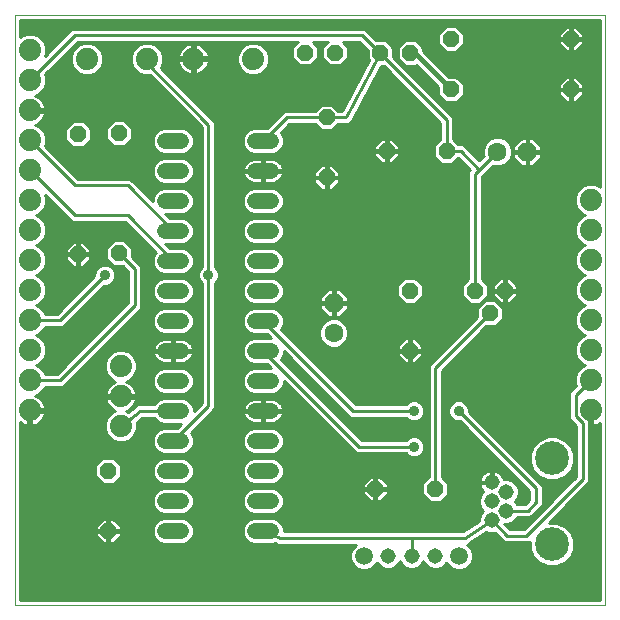
<source format=gbl>
G75*
%MOIN*%
%OFA0B0*%
%FSLAX25Y25*%
%IPPOS*%
%LPD*%
%AMOC8*
5,1,8,0,0,1.08239X$1,22.5*
%
%ADD10C,0.00000*%
%ADD11OC8,0.05200*%
%ADD12OC8,0.06300*%
%ADD13C,0.06300*%
%ADD14C,0.05200*%
%ADD15C,0.07400*%
%ADD16C,0.05150*%
%ADD17C,0.11220*%
%ADD18C,0.05937*%
%ADD19C,0.01000*%
%ADD20C,0.01600*%
%ADD21C,0.03562*%
D10*
X0001500Y0001500D02*
X0001500Y0198350D01*
X0198350Y0198350D01*
X0198350Y0001500D01*
X0001500Y0001500D01*
D11*
X0032661Y0026303D03*
X0032661Y0046303D03*
X0036264Y0118803D03*
X0022642Y0118488D03*
X0022642Y0158488D03*
X0036264Y0158803D03*
X0098291Y0185732D03*
X0108291Y0185732D03*
X0123409Y0185575D03*
X0133409Y0185575D03*
X0146933Y0190260D03*
X0146953Y0173429D03*
X0145457Y0152898D03*
X0125457Y0152898D03*
X0105476Y0144098D03*
X0105476Y0164098D03*
X0133272Y0106323D03*
X0133272Y0086323D03*
X0154925Y0106323D03*
X0159925Y0098823D03*
X0164925Y0106323D03*
X0141657Y0040299D03*
X0121657Y0040299D03*
X0186953Y0173429D03*
X0186933Y0190260D03*
D12*
X0172386Y0152661D03*
X0107819Y0102248D03*
D13*
X0107819Y0092248D03*
X0162386Y0152661D03*
D14*
X0086915Y0156264D02*
X0081715Y0156264D01*
X0081715Y0146264D02*
X0086915Y0146264D01*
X0086915Y0136264D02*
X0081715Y0136264D01*
X0081715Y0126264D02*
X0086915Y0126264D01*
X0086915Y0116264D02*
X0081715Y0116264D01*
X0081715Y0106264D02*
X0086915Y0106264D01*
X0086915Y0096264D02*
X0081715Y0096264D01*
X0081715Y0086264D02*
X0086915Y0086264D01*
X0086915Y0076264D02*
X0081715Y0076264D01*
X0081715Y0066264D02*
X0086915Y0066264D01*
X0086915Y0056264D02*
X0081715Y0056264D01*
X0081715Y0046264D02*
X0086915Y0046264D01*
X0086915Y0036264D02*
X0081715Y0036264D01*
X0081715Y0026264D02*
X0086915Y0026264D01*
X0056915Y0026264D02*
X0051715Y0026264D01*
X0051715Y0036264D02*
X0056915Y0036264D01*
X0056915Y0046264D02*
X0051715Y0046264D01*
X0051715Y0056264D02*
X0056915Y0056264D01*
X0056915Y0066264D02*
X0051715Y0066264D01*
X0051715Y0076264D02*
X0056915Y0076264D01*
X0056915Y0086264D02*
X0051715Y0086264D01*
X0051715Y0096264D02*
X0056915Y0096264D01*
X0056915Y0106264D02*
X0051715Y0106264D01*
X0051715Y0116264D02*
X0056915Y0116264D01*
X0056915Y0126264D02*
X0051715Y0126264D01*
X0051715Y0136264D02*
X0056915Y0136264D01*
X0056915Y0146264D02*
X0051715Y0146264D01*
X0051715Y0156264D02*
X0056915Y0156264D01*
D15*
X0061008Y0183646D03*
X0045535Y0183567D03*
X0025535Y0183567D03*
X0006500Y0186500D03*
X0006500Y0176500D03*
X0006500Y0166500D03*
X0006500Y0156500D03*
X0006500Y0146500D03*
X0006500Y0136500D03*
X0006500Y0126500D03*
X0006500Y0116500D03*
X0006500Y0106500D03*
X0006500Y0096500D03*
X0006500Y0086500D03*
X0006500Y0076500D03*
X0006500Y0066500D03*
X0036815Y0071185D03*
X0036815Y0061185D03*
X0036815Y0081185D03*
X0081008Y0183646D03*
X0193500Y0136500D03*
X0193500Y0126500D03*
X0193500Y0116500D03*
X0193500Y0106500D03*
X0193500Y0096500D03*
X0193500Y0086500D03*
X0193500Y0076500D03*
X0193500Y0066500D03*
D16*
X0165220Y0039276D03*
X0160496Y0042425D03*
X0160496Y0036126D03*
X0165220Y0032976D03*
X0160496Y0029827D03*
X0141657Y0017898D03*
X0133783Y0017898D03*
X0125909Y0017898D03*
D17*
X0180575Y0021756D03*
X0180575Y0050496D03*
D18*
X0149531Y0017898D03*
X0118035Y0017898D03*
D19*
X0121221Y0014481D02*
X0123281Y0014481D01*
X0123488Y0014274D02*
X0125059Y0013623D01*
X0126760Y0013623D01*
X0128331Y0014274D01*
X0129533Y0015476D01*
X0129846Y0016232D01*
X0130159Y0015476D01*
X0131362Y0014274D01*
X0132933Y0013623D01*
X0134634Y0013623D01*
X0136205Y0014274D01*
X0137407Y0015476D01*
X0137720Y0016232D01*
X0138033Y0015476D01*
X0139236Y0014274D01*
X0140807Y0013623D01*
X0142508Y0013623D01*
X0144079Y0014274D01*
X0145281Y0015476D01*
X0145381Y0015717D01*
X0145574Y0015253D01*
X0146887Y0013940D01*
X0148603Y0013229D01*
X0150460Y0013229D01*
X0152176Y0013940D01*
X0153489Y0015253D01*
X0154200Y0016969D01*
X0154200Y0018826D01*
X0153489Y0020542D01*
X0152303Y0021728D01*
X0152323Y0021741D01*
X0152569Y0021741D01*
X0153059Y0022231D01*
X0158659Y0025961D01*
X0159646Y0025552D01*
X0161346Y0025552D01*
X0161554Y0025638D01*
X0163473Y0023719D01*
X0164762Y0022430D01*
X0172982Y0022430D01*
X0173265Y0022712D01*
X0173265Y0020302D01*
X0174377Y0017615D01*
X0176434Y0015559D01*
X0179121Y0014446D01*
X0182029Y0014446D01*
X0184716Y0015559D01*
X0186772Y0017615D01*
X0187885Y0020302D01*
X0187885Y0023210D01*
X0186772Y0025897D01*
X0184716Y0027953D01*
X0182029Y0029066D01*
X0179618Y0029066D01*
X0184104Y0033552D01*
X0185393Y0034841D01*
X0185393Y0034939D01*
X0191683Y0041229D01*
X0192972Y0042518D01*
X0192972Y0061319D01*
X0193000Y0061314D01*
X0193000Y0066000D01*
X0194000Y0066000D01*
X0194000Y0061314D01*
X0194718Y0061428D01*
X0195496Y0061681D01*
X0196225Y0062053D01*
X0196650Y0062361D01*
X0196650Y0003200D01*
X0003200Y0003200D01*
X0003200Y0062470D01*
X0003775Y0062053D01*
X0004504Y0061681D01*
X0005282Y0061428D01*
X0006000Y0061314D01*
X0006000Y0066000D01*
X0007000Y0066000D01*
X0007000Y0067000D01*
X0011686Y0067000D01*
X0011572Y0067718D01*
X0011319Y0068496D01*
X0010947Y0069225D01*
X0010466Y0069888D01*
X0009888Y0070466D01*
X0009225Y0070947D01*
X0008496Y0071319D01*
X0008276Y0071391D01*
X0009559Y0071922D01*
X0011078Y0073441D01*
X0011434Y0074300D01*
X0017411Y0074300D01*
X0042411Y0099300D01*
X0043700Y0100589D01*
X0043700Y0114478D01*
X0040564Y0117614D01*
X0040564Y0120584D01*
X0038045Y0123103D01*
X0034483Y0123103D01*
X0031964Y0120584D01*
X0031964Y0117022D01*
X0034483Y0114503D01*
X0037452Y0114503D01*
X0039300Y0112656D01*
X0039300Y0102411D01*
X0015589Y0078700D01*
X0011434Y0078700D01*
X0011078Y0079559D01*
X0009559Y0081078D01*
X0008540Y0081500D01*
X0009559Y0081922D01*
X0011078Y0083441D01*
X0011900Y0085426D01*
X0011900Y0087574D01*
X0011078Y0089559D01*
X0009559Y0091078D01*
X0008540Y0091500D01*
X0009559Y0091922D01*
X0011078Y0093441D01*
X0011434Y0094300D01*
X0017411Y0094300D01*
X0031130Y0108019D01*
X0032192Y0108019D01*
X0033472Y0108549D01*
X0034451Y0109528D01*
X0034981Y0110808D01*
X0034981Y0112192D01*
X0034451Y0113472D01*
X0033472Y0114451D01*
X0032192Y0114981D01*
X0030808Y0114981D01*
X0029528Y0114451D01*
X0028549Y0113472D01*
X0028019Y0112192D01*
X0028019Y0111130D01*
X0015589Y0098700D01*
X0011434Y0098700D01*
X0011078Y0099559D01*
X0009559Y0101078D01*
X0008540Y0101500D01*
X0009559Y0101922D01*
X0011078Y0103441D01*
X0011900Y0105426D01*
X0011900Y0107574D01*
X0011078Y0109559D01*
X0009559Y0111078D01*
X0008540Y0111500D01*
X0009559Y0111922D01*
X0011078Y0113441D01*
X0011900Y0115426D01*
X0011900Y0117574D01*
X0011078Y0119559D01*
X0009559Y0121078D01*
X0008540Y0121500D01*
X0009559Y0121922D01*
X0011078Y0123441D01*
X0011900Y0125426D01*
X0011900Y0127574D01*
X0011078Y0129559D01*
X0009559Y0131078D01*
X0008540Y0131500D01*
X0009559Y0131922D01*
X0011078Y0133441D01*
X0011900Y0135426D01*
X0011900Y0137574D01*
X0011607Y0138282D01*
X0020589Y0129300D01*
X0038167Y0129300D01*
X0048419Y0119049D01*
X0048070Y0118700D01*
X0047415Y0117119D01*
X0047415Y0115408D01*
X0048070Y0113828D01*
X0049279Y0112618D01*
X0050860Y0111964D01*
X0057770Y0111964D01*
X0059351Y0112618D01*
X0060560Y0113828D01*
X0061215Y0115408D01*
X0061215Y0117119D01*
X0060560Y0118700D01*
X0059351Y0119909D01*
X0057770Y0120564D01*
X0053126Y0120564D01*
X0051726Y0121964D01*
X0057770Y0121964D01*
X0059351Y0122618D01*
X0060560Y0123828D01*
X0061215Y0125408D01*
X0061215Y0127119D01*
X0060560Y0128700D01*
X0059351Y0129909D01*
X0057770Y0130564D01*
X0053126Y0130564D01*
X0051726Y0131964D01*
X0057770Y0131964D01*
X0059351Y0132618D01*
X0060560Y0133828D01*
X0061215Y0135408D01*
X0061215Y0137119D01*
X0060560Y0138700D01*
X0059351Y0139909D01*
X0057770Y0140564D01*
X0050860Y0140564D01*
X0049279Y0139909D01*
X0048070Y0138700D01*
X0047415Y0137119D01*
X0047415Y0136275D01*
X0039990Y0143700D01*
X0022411Y0143700D01*
X0011544Y0154567D01*
X0011900Y0155426D01*
X0011900Y0157574D01*
X0011078Y0159559D01*
X0009559Y0161078D01*
X0008276Y0161609D01*
X0008496Y0161681D01*
X0009225Y0162053D01*
X0009888Y0162534D01*
X0010466Y0163112D01*
X0010947Y0163775D01*
X0011319Y0164504D01*
X0011572Y0165282D01*
X0011686Y0166000D01*
X0007000Y0166000D01*
X0007000Y0167000D01*
X0011686Y0167000D01*
X0011572Y0167718D01*
X0011319Y0168496D01*
X0010947Y0169225D01*
X0010466Y0169888D01*
X0009888Y0170466D01*
X0009225Y0170947D01*
X0008496Y0171319D01*
X0008276Y0171391D01*
X0009559Y0171922D01*
X0011078Y0173441D01*
X0011900Y0175426D01*
X0011900Y0177574D01*
X0011544Y0178433D01*
X0022411Y0189300D01*
X0095778Y0189300D01*
X0093991Y0187513D01*
X0093991Y0183951D01*
X0096510Y0181432D01*
X0100072Y0181432D01*
X0102591Y0183951D01*
X0102591Y0187513D01*
X0100805Y0189300D01*
X0105778Y0189300D01*
X0103991Y0187513D01*
X0103991Y0183951D01*
X0106510Y0181432D01*
X0110072Y0181432D01*
X0112591Y0183951D01*
X0112591Y0187513D01*
X0110805Y0189300D01*
X0116274Y0189300D01*
X0119109Y0186616D01*
X0119109Y0183794D01*
X0119668Y0183235D01*
X0110633Y0166298D01*
X0109357Y0166298D01*
X0107257Y0168398D01*
X0103695Y0168398D01*
X0101595Y0166298D01*
X0091238Y0166298D01*
X0085504Y0160564D01*
X0080860Y0160564D01*
X0079279Y0159909D01*
X0078070Y0158700D01*
X0077415Y0157119D01*
X0077415Y0155408D01*
X0078070Y0153828D01*
X0079279Y0152618D01*
X0080860Y0151964D01*
X0087770Y0151964D01*
X0089351Y0152618D01*
X0090560Y0153828D01*
X0091215Y0155408D01*
X0091215Y0157119D01*
X0090560Y0158700D01*
X0090211Y0159049D01*
X0093061Y0161898D01*
X0101595Y0161898D01*
X0103695Y0159798D01*
X0107257Y0159798D01*
X0109357Y0161898D01*
X0111403Y0161898D01*
X0111721Y0161728D01*
X0112280Y0161898D01*
X0112864Y0161898D01*
X0113119Y0162154D01*
X0113465Y0162259D01*
X0113740Y0162774D01*
X0114153Y0163187D01*
X0114153Y0163548D01*
X0123609Y0181275D01*
X0124557Y0181275D01*
X0143257Y0162291D01*
X0143257Y0156779D01*
X0141157Y0154679D01*
X0141157Y0151117D01*
X0143676Y0148598D01*
X0147238Y0148598D01*
X0149264Y0150624D01*
X0153251Y0146638D01*
X0152725Y0146112D01*
X0152725Y0110204D01*
X0150625Y0108104D01*
X0150625Y0104542D01*
X0153144Y0102023D01*
X0156706Y0102023D01*
X0159225Y0104542D01*
X0159225Y0108104D01*
X0157125Y0110204D01*
X0157125Y0144290D01*
X0157273Y0144438D01*
X0158562Y0145727D01*
X0160874Y0148038D01*
X0161421Y0147811D01*
X0163351Y0147811D01*
X0165133Y0148550D01*
X0166497Y0149914D01*
X0167236Y0151697D01*
X0167236Y0153626D01*
X0166497Y0155409D01*
X0165133Y0156773D01*
X0163351Y0157511D01*
X0161421Y0157511D01*
X0159639Y0156773D01*
X0158274Y0155409D01*
X0157536Y0153626D01*
X0157536Y0151697D01*
X0157763Y0151149D01*
X0156362Y0149749D01*
X0151014Y0155098D01*
X0149338Y0155098D01*
X0147657Y0156779D01*
X0147657Y0163184D01*
X0147663Y0164088D01*
X0147657Y0164094D01*
X0147657Y0164104D01*
X0147018Y0164743D01*
X0127709Y0184345D01*
X0127709Y0187356D01*
X0125191Y0189875D01*
X0122067Y0189875D01*
X0118684Y0193077D01*
X0118061Y0193700D01*
X0118026Y0193700D01*
X0118000Y0193724D01*
X0117119Y0193700D01*
X0020589Y0193700D01*
X0019300Y0192411D01*
X0011607Y0184718D01*
X0011900Y0185426D01*
X0011900Y0187574D01*
X0011078Y0189559D01*
X0009559Y0191078D01*
X0007574Y0191900D01*
X0005426Y0191900D01*
X0003441Y0191078D01*
X0003200Y0190837D01*
X0003200Y0196650D01*
X0196650Y0196650D01*
X0196650Y0140986D01*
X0196559Y0141078D01*
X0194574Y0141900D01*
X0192426Y0141900D01*
X0190441Y0141078D01*
X0188922Y0139559D01*
X0188100Y0137574D01*
X0188100Y0135426D01*
X0188922Y0133441D01*
X0190441Y0131922D01*
X0191460Y0131500D01*
X0190441Y0131078D01*
X0188922Y0129559D01*
X0188100Y0127574D01*
X0188100Y0125426D01*
X0188922Y0123441D01*
X0190441Y0121922D01*
X0191460Y0121500D01*
X0190441Y0121078D01*
X0188922Y0119559D01*
X0188100Y0117574D01*
X0188100Y0115426D01*
X0188922Y0113441D01*
X0190441Y0111922D01*
X0191460Y0111500D01*
X0190441Y0111078D01*
X0188922Y0109559D01*
X0188100Y0107574D01*
X0188100Y0105426D01*
X0188922Y0103441D01*
X0190441Y0101922D01*
X0191460Y0101500D01*
X0190441Y0101078D01*
X0188922Y0099559D01*
X0188100Y0097574D01*
X0188100Y0095426D01*
X0188922Y0093441D01*
X0190441Y0091922D01*
X0191460Y0091500D01*
X0190441Y0091078D01*
X0188922Y0089559D01*
X0188100Y0087574D01*
X0188100Y0085426D01*
X0188922Y0083441D01*
X0190441Y0081922D01*
X0191460Y0081500D01*
X0190441Y0081078D01*
X0188922Y0079559D01*
X0188100Y0077574D01*
X0188100Y0075426D01*
X0188456Y0074567D01*
X0186300Y0072411D01*
X0186300Y0063518D01*
X0187589Y0062229D01*
X0188572Y0061246D01*
X0188572Y0044340D01*
X0180993Y0036762D01*
X0180993Y0036663D01*
X0171160Y0026830D01*
X0166584Y0026830D01*
X0164713Y0028702D01*
X0166071Y0028702D01*
X0167642Y0029352D01*
X0168844Y0030555D01*
X0168936Y0030776D01*
X0173356Y0030776D01*
X0176132Y0033552D01*
X0177420Y0034841D01*
X0177420Y0041388D01*
X0152914Y0065894D01*
X0152914Y0066956D01*
X0152384Y0068236D01*
X0151405Y0069215D01*
X0150126Y0069745D01*
X0148741Y0069745D01*
X0147461Y0069215D01*
X0146482Y0068236D01*
X0145952Y0066956D01*
X0145952Y0065571D01*
X0146482Y0064292D01*
X0147461Y0063313D01*
X0148741Y0062783D01*
X0149803Y0062783D01*
X0173020Y0039565D01*
X0173020Y0036663D01*
X0171534Y0035176D01*
X0168936Y0035176D01*
X0168844Y0035398D01*
X0168116Y0036126D01*
X0168844Y0036854D01*
X0169495Y0038425D01*
X0169495Y0040126D01*
X0168844Y0041697D01*
X0167642Y0042900D01*
X0166071Y0043550D01*
X0164415Y0043550D01*
X0164272Y0043989D01*
X0163981Y0044561D01*
X0163604Y0045080D01*
X0163151Y0045533D01*
X0162632Y0045910D01*
X0162060Y0046201D01*
X0161450Y0046400D01*
X0160817Y0046500D01*
X0160783Y0046500D01*
X0160783Y0042713D01*
X0160209Y0042713D01*
X0160209Y0046500D01*
X0160175Y0046500D01*
X0159542Y0046400D01*
X0158932Y0046201D01*
X0158360Y0045910D01*
X0157841Y0045533D01*
X0157388Y0045080D01*
X0157011Y0044561D01*
X0156720Y0043989D01*
X0156522Y0043379D01*
X0156421Y0042746D01*
X0156421Y0042713D01*
X0160209Y0042713D01*
X0160209Y0042138D01*
X0156421Y0042138D01*
X0156421Y0042104D01*
X0156522Y0041471D01*
X0156720Y0040861D01*
X0157011Y0040290D01*
X0157388Y0039771D01*
X0157742Y0039417D01*
X0156872Y0038547D01*
X0156221Y0036976D01*
X0156221Y0035276D01*
X0156872Y0033705D01*
X0157600Y0032976D01*
X0156872Y0032248D01*
X0156221Y0030677D01*
X0156221Y0029623D01*
X0150992Y0026141D01*
X0133899Y0026141D01*
X0133007Y0026155D01*
X0132992Y0026141D01*
X0091215Y0026141D01*
X0091215Y0027119D01*
X0090560Y0028700D01*
X0089351Y0029909D01*
X0087770Y0030564D01*
X0080860Y0030564D01*
X0079279Y0029909D01*
X0078070Y0028700D01*
X0077415Y0027119D01*
X0077415Y0025408D01*
X0078070Y0023828D01*
X0079279Y0022618D01*
X0080860Y0021964D01*
X0087770Y0021964D01*
X0088343Y0022201D01*
X0088638Y0022078D01*
X0088975Y0021741D01*
X0089446Y0021741D01*
X0089880Y0021560D01*
X0090321Y0021741D01*
X0115277Y0021741D01*
X0114078Y0020542D01*
X0113367Y0018826D01*
X0113367Y0016969D01*
X0114078Y0015253D01*
X0115391Y0013940D01*
X0117107Y0013229D01*
X0118964Y0013229D01*
X0120680Y0013940D01*
X0121993Y0015253D01*
X0122186Y0015717D01*
X0122285Y0015476D01*
X0123488Y0014274D01*
X0122284Y0015479D02*
X0122087Y0015479D01*
X0119575Y0013482D02*
X0147992Y0013482D01*
X0146346Y0014481D02*
X0144286Y0014481D01*
X0145283Y0015479D02*
X0145480Y0015479D01*
X0151071Y0013482D02*
X0196650Y0013482D01*
X0196650Y0012484D02*
X0003200Y0012484D01*
X0003200Y0013482D02*
X0116496Y0013482D01*
X0114850Y0014481D02*
X0003200Y0014481D01*
X0003200Y0015479D02*
X0113984Y0015479D01*
X0113570Y0016478D02*
X0003200Y0016478D01*
X0003200Y0017476D02*
X0113367Y0017476D01*
X0113367Y0018475D02*
X0003200Y0018475D01*
X0003200Y0019473D02*
X0113635Y0019473D01*
X0114049Y0020472D02*
X0003200Y0020472D01*
X0003200Y0021470D02*
X0115006Y0021470D01*
X0128538Y0014481D02*
X0131155Y0014481D01*
X0130158Y0015479D02*
X0129535Y0015479D01*
X0133783Y0017898D02*
X0133882Y0023941D01*
X0089886Y0023941D01*
X0084315Y0026264D01*
X0088028Y0030457D02*
X0156221Y0030457D01*
X0155974Y0029458D02*
X0089802Y0029458D01*
X0090660Y0028460D02*
X0154474Y0028460D01*
X0152975Y0027461D02*
X0091073Y0027461D01*
X0091215Y0026463D02*
X0151475Y0026463D01*
X0151657Y0023941D02*
X0160496Y0029827D01*
X0160496Y0029807D01*
X0165673Y0024630D01*
X0172071Y0024630D01*
X0183193Y0035752D01*
X0183193Y0035850D01*
X0190772Y0043429D01*
X0190772Y0062157D01*
X0188500Y0064429D01*
X0188500Y0071500D01*
X0193500Y0076500D01*
X0189746Y0080382D02*
X0144596Y0080382D01*
X0143857Y0079644D02*
X0158736Y0094523D01*
X0161706Y0094523D01*
X0164225Y0097042D01*
X0164225Y0100604D01*
X0161706Y0103123D01*
X0158144Y0103123D01*
X0155625Y0100604D01*
X0155625Y0097634D01*
X0139457Y0081466D01*
X0139457Y0044180D01*
X0137357Y0042080D01*
X0137357Y0038518D01*
X0139876Y0035999D01*
X0143439Y0035999D01*
X0145957Y0038518D01*
X0145957Y0042080D01*
X0143857Y0044180D01*
X0143857Y0079644D01*
X0143857Y0079384D02*
X0188850Y0079384D01*
X0188436Y0078385D02*
X0143857Y0078385D01*
X0143857Y0077387D02*
X0188100Y0077387D01*
X0188100Y0076388D02*
X0143857Y0076388D01*
X0143857Y0075390D02*
X0188115Y0075390D01*
X0188280Y0074391D02*
X0143857Y0074391D01*
X0143857Y0073393D02*
X0187282Y0073393D01*
X0186300Y0072394D02*
X0143857Y0072394D01*
X0143857Y0071396D02*
X0186300Y0071396D01*
X0186300Y0070397D02*
X0143857Y0070397D01*
X0143857Y0069399D02*
X0147905Y0069399D01*
X0146647Y0068400D02*
X0143857Y0068400D01*
X0143857Y0067402D02*
X0146137Y0067402D01*
X0145952Y0066403D02*
X0143857Y0066403D01*
X0143857Y0065405D02*
X0146021Y0065405D01*
X0146435Y0064406D02*
X0143857Y0064406D01*
X0143857Y0063408D02*
X0147366Y0063408D01*
X0150176Y0062409D02*
X0143857Y0062409D01*
X0143857Y0061411D02*
X0151175Y0061411D01*
X0152173Y0060412D02*
X0143857Y0060412D01*
X0143857Y0059414D02*
X0153172Y0059414D01*
X0154170Y0058415D02*
X0143857Y0058415D01*
X0143857Y0057417D02*
X0155169Y0057417D01*
X0156167Y0056418D02*
X0143857Y0056418D01*
X0143857Y0055420D02*
X0157166Y0055420D01*
X0158164Y0054421D02*
X0143857Y0054421D01*
X0143857Y0053423D02*
X0159163Y0053423D01*
X0160161Y0052424D02*
X0143857Y0052424D01*
X0143857Y0051426D02*
X0161160Y0051426D01*
X0162159Y0050427D02*
X0143857Y0050427D01*
X0143857Y0049429D02*
X0163157Y0049429D01*
X0164156Y0048430D02*
X0143857Y0048430D01*
X0143857Y0047432D02*
X0165154Y0047432D01*
X0166153Y0046433D02*
X0161240Y0046433D01*
X0160783Y0046433D02*
X0160209Y0046433D01*
X0159752Y0046433D02*
X0143857Y0046433D01*
X0143857Y0045434D02*
X0157743Y0045434D01*
X0156947Y0044436D02*
X0143857Y0044436D01*
X0144600Y0043437D02*
X0156540Y0043437D01*
X0156532Y0041440D02*
X0145957Y0041440D01*
X0145957Y0040442D02*
X0156933Y0040442D01*
X0157715Y0039443D02*
X0145957Y0039443D01*
X0145884Y0038445D02*
X0156830Y0038445D01*
X0156416Y0037446D02*
X0144886Y0037446D01*
X0143887Y0036448D02*
X0156221Y0036448D01*
X0156221Y0035449D02*
X0091215Y0035449D01*
X0091215Y0035408D02*
X0091215Y0037119D01*
X0090560Y0038700D01*
X0089351Y0039909D01*
X0087770Y0040564D01*
X0080860Y0040564D01*
X0079279Y0039909D01*
X0078070Y0038700D01*
X0077415Y0037119D01*
X0077415Y0035408D01*
X0078070Y0033828D01*
X0079279Y0032618D01*
X0080860Y0031964D01*
X0087770Y0031964D01*
X0089351Y0032618D01*
X0090560Y0033828D01*
X0091215Y0035408D01*
X0090818Y0034451D02*
X0156563Y0034451D01*
X0157124Y0033452D02*
X0090185Y0033452D01*
X0088953Y0032454D02*
X0157078Y0032454D01*
X0156544Y0031455D02*
X0003200Y0031455D01*
X0003200Y0030457D02*
X0050601Y0030457D01*
X0050860Y0030564D02*
X0049279Y0029909D01*
X0048070Y0028700D01*
X0047415Y0027119D01*
X0047415Y0025408D01*
X0048070Y0023828D01*
X0049279Y0022618D01*
X0050860Y0021964D01*
X0057770Y0021964D01*
X0059351Y0022618D01*
X0060560Y0023828D01*
X0061215Y0025408D01*
X0061215Y0027119D01*
X0060560Y0028700D01*
X0059351Y0029909D01*
X0057770Y0030564D01*
X0050860Y0030564D01*
X0050860Y0031964D02*
X0049279Y0032618D01*
X0048070Y0033828D01*
X0047415Y0035408D01*
X0047415Y0037119D01*
X0048070Y0038700D01*
X0049279Y0039909D01*
X0050860Y0040564D01*
X0057770Y0040564D01*
X0059351Y0039909D01*
X0060560Y0038700D01*
X0061215Y0037119D01*
X0061215Y0035408D01*
X0060560Y0033828D01*
X0059351Y0032618D01*
X0057770Y0031964D01*
X0050860Y0031964D01*
X0049676Y0032454D02*
X0003200Y0032454D01*
X0003200Y0033452D02*
X0048445Y0033452D01*
X0047812Y0034451D02*
X0003200Y0034451D01*
X0003200Y0035449D02*
X0047415Y0035449D01*
X0047415Y0036448D02*
X0003200Y0036448D01*
X0003200Y0037446D02*
X0047551Y0037446D01*
X0047964Y0038445D02*
X0003200Y0038445D01*
X0003200Y0039443D02*
X0048813Y0039443D01*
X0050566Y0040442D02*
X0003200Y0040442D01*
X0003200Y0041440D02*
X0117557Y0041440D01*
X0117557Y0041997D02*
X0117557Y0040599D01*
X0121357Y0040599D01*
X0121357Y0039999D01*
X0117557Y0039999D01*
X0117557Y0038601D01*
X0119959Y0036199D01*
X0121357Y0036199D01*
X0121357Y0039999D01*
X0121957Y0039999D01*
X0121957Y0036199D01*
X0123356Y0036199D01*
X0125757Y0038601D01*
X0125757Y0039999D01*
X0121958Y0039999D01*
X0121958Y0040599D01*
X0125757Y0040599D01*
X0125757Y0041997D01*
X0123356Y0044399D01*
X0121957Y0044399D01*
X0121957Y0040599D01*
X0121357Y0040599D01*
X0121357Y0044399D01*
X0119959Y0044399D01*
X0117557Y0041997D01*
X0117999Y0042439D02*
X0088917Y0042439D01*
X0089351Y0042618D02*
X0090560Y0043828D01*
X0091215Y0045408D01*
X0091215Y0047119D01*
X0090560Y0048700D01*
X0089351Y0049909D01*
X0087770Y0050564D01*
X0080860Y0050564D01*
X0079279Y0049909D01*
X0078070Y0048700D01*
X0077415Y0047119D01*
X0077415Y0045408D01*
X0078070Y0043828D01*
X0079279Y0042618D01*
X0080860Y0041964D01*
X0087770Y0041964D01*
X0089351Y0042618D01*
X0090170Y0043437D02*
X0118997Y0043437D01*
X0121357Y0043437D02*
X0121957Y0043437D01*
X0121957Y0042439D02*
X0121357Y0042439D01*
X0121357Y0041440D02*
X0121957Y0041440D01*
X0121958Y0040442D02*
X0137357Y0040442D01*
X0137357Y0041440D02*
X0125757Y0041440D01*
X0125316Y0042439D02*
X0137716Y0042439D01*
X0138715Y0043437D02*
X0124317Y0043437D01*
X0121357Y0040442D02*
X0088064Y0040442D01*
X0089816Y0039443D02*
X0117557Y0039443D01*
X0117713Y0038445D02*
X0090666Y0038445D01*
X0091079Y0037446D02*
X0118712Y0037446D01*
X0119711Y0036448D02*
X0091215Y0036448D01*
X0090812Y0044436D02*
X0139457Y0044436D01*
X0139457Y0045434D02*
X0091215Y0045434D01*
X0091215Y0046433D02*
X0139457Y0046433D01*
X0139457Y0047432D02*
X0091086Y0047432D01*
X0090672Y0048430D02*
X0139457Y0048430D01*
X0139457Y0049429D02*
X0089831Y0049429D01*
X0088100Y0050427D02*
X0139457Y0050427D01*
X0139457Y0051426D02*
X0136467Y0051426D01*
X0136444Y0051403D02*
X0137424Y0052382D01*
X0137954Y0053662D01*
X0137954Y0055047D01*
X0137424Y0056326D01*
X0136444Y0057305D01*
X0135165Y0057835D01*
X0133780Y0057835D01*
X0132501Y0057305D01*
X0131749Y0056554D01*
X0117136Y0056554D01*
X0090211Y0083479D01*
X0090560Y0083828D01*
X0091215Y0085408D01*
X0091215Y0086253D01*
X0113404Y0064064D01*
X0131749Y0064064D01*
X0132501Y0063313D01*
X0133780Y0062783D01*
X0135165Y0062783D01*
X0136444Y0063313D01*
X0137424Y0064292D01*
X0137954Y0065571D01*
X0137954Y0066956D01*
X0137424Y0068236D01*
X0136444Y0069215D01*
X0135165Y0069745D01*
X0133780Y0069745D01*
X0132501Y0069215D01*
X0131749Y0068464D01*
X0115226Y0068464D01*
X0090211Y0093479D01*
X0090560Y0093828D01*
X0091215Y0095408D01*
X0091215Y0097119D01*
X0090560Y0098700D01*
X0089351Y0099909D01*
X0087770Y0100564D01*
X0080860Y0100564D01*
X0079279Y0099909D01*
X0078070Y0098700D01*
X0077415Y0097119D01*
X0077415Y0095408D01*
X0078070Y0093828D01*
X0079279Y0092618D01*
X0080860Y0091964D01*
X0085504Y0091964D01*
X0086904Y0090564D01*
X0080860Y0090564D01*
X0079279Y0089909D01*
X0078070Y0088700D01*
X0077415Y0087119D01*
X0077415Y0085408D01*
X0078070Y0083828D01*
X0079279Y0082618D01*
X0080860Y0081964D01*
X0085504Y0081964D01*
X0086904Y0080564D01*
X0080860Y0080564D01*
X0079279Y0079909D01*
X0078070Y0078700D01*
X0077415Y0077119D01*
X0077415Y0075408D01*
X0078070Y0073828D01*
X0079279Y0072618D01*
X0080860Y0071964D01*
X0087770Y0071964D01*
X0089351Y0072618D01*
X0090560Y0073828D01*
X0091215Y0075408D01*
X0091215Y0076253D01*
X0115313Y0052154D01*
X0131749Y0052154D01*
X0132501Y0051403D01*
X0133780Y0050873D01*
X0135165Y0050873D01*
X0136444Y0051403D01*
X0137441Y0052424D02*
X0139457Y0052424D01*
X0139457Y0053423D02*
X0137854Y0053423D01*
X0137954Y0054421D02*
X0139457Y0054421D01*
X0139457Y0055420D02*
X0137799Y0055420D01*
X0137332Y0056418D02*
X0139457Y0056418D01*
X0139457Y0057417D02*
X0136176Y0057417D01*
X0139457Y0058415D02*
X0115275Y0058415D01*
X0116273Y0057417D02*
X0132769Y0057417D01*
X0134472Y0054354D02*
X0116224Y0054354D01*
X0084315Y0086264D01*
X0086101Y0091366D02*
X0068267Y0091366D01*
X0068267Y0090368D02*
X0080386Y0090368D01*
X0078739Y0089369D02*
X0068267Y0089369D01*
X0068267Y0088370D02*
X0077933Y0088370D01*
X0077520Y0087372D02*
X0068267Y0087372D01*
X0068267Y0086373D02*
X0077415Y0086373D01*
X0077429Y0085375D02*
X0068267Y0085375D01*
X0068267Y0084376D02*
X0077842Y0084376D01*
X0078520Y0083378D02*
X0068267Y0083378D01*
X0068267Y0082379D02*
X0079856Y0082379D01*
X0080422Y0080382D02*
X0068267Y0080382D01*
X0068267Y0079384D02*
X0078754Y0079384D01*
X0077939Y0078385D02*
X0068267Y0078385D01*
X0068267Y0077387D02*
X0077526Y0077387D01*
X0077415Y0076388D02*
X0068267Y0076388D01*
X0068267Y0075390D02*
X0077423Y0075390D01*
X0077836Y0074391D02*
X0068267Y0074391D01*
X0068267Y0073393D02*
X0078505Y0073393D01*
X0079820Y0072394D02*
X0068267Y0072394D01*
X0068267Y0071396D02*
X0096072Y0071396D01*
X0097070Y0070397D02*
X0068267Y0070397D01*
X0068267Y0069399D02*
X0079055Y0069399D01*
X0079044Y0069391D02*
X0078588Y0068935D01*
X0078208Y0068413D01*
X0077915Y0067838D01*
X0077716Y0067224D01*
X0077615Y0066586D01*
X0077615Y0066564D01*
X0084015Y0066564D01*
X0084015Y0070364D01*
X0081392Y0070364D01*
X0080755Y0070263D01*
X0080141Y0070063D01*
X0079566Y0069770D01*
X0079044Y0069391D01*
X0078202Y0068400D02*
X0068267Y0068400D01*
X0068267Y0067402D02*
X0077774Y0067402D01*
X0077615Y0065964D02*
X0077615Y0065941D01*
X0077716Y0065304D01*
X0077915Y0064690D01*
X0078208Y0064115D01*
X0078588Y0063593D01*
X0079044Y0063136D01*
X0079566Y0062757D01*
X0080141Y0062464D01*
X0080755Y0062265D01*
X0081392Y0062164D01*
X0084015Y0062164D01*
X0084015Y0065964D01*
X0077615Y0065964D01*
X0077700Y0065405D02*
X0066567Y0065405D01*
X0067566Y0066403D02*
X0084015Y0066403D01*
X0084015Y0066564D02*
X0084015Y0065964D01*
X0084615Y0065964D01*
X0084615Y0066564D01*
X0084015Y0066564D01*
X0084615Y0066564D02*
X0084615Y0070364D01*
X0087238Y0070364D01*
X0087875Y0070263D01*
X0088489Y0070063D01*
X0089064Y0069770D01*
X0089586Y0069391D01*
X0090042Y0068935D01*
X0090422Y0068413D01*
X0090715Y0067838D01*
X0090914Y0067224D01*
X0091015Y0066586D01*
X0091015Y0066564D01*
X0084615Y0066564D01*
X0084615Y0066403D02*
X0101064Y0066403D01*
X0102063Y0065405D02*
X0090930Y0065405D01*
X0090914Y0065304D02*
X0091015Y0065941D01*
X0091015Y0065964D01*
X0084615Y0065964D01*
X0084615Y0062164D01*
X0087238Y0062164D01*
X0087875Y0062265D01*
X0088489Y0062464D01*
X0089064Y0062757D01*
X0089586Y0063136D01*
X0090042Y0063593D01*
X0090422Y0064115D01*
X0090715Y0064690D01*
X0090914Y0065304D01*
X0090570Y0064406D02*
X0103061Y0064406D01*
X0104060Y0063408D02*
X0089857Y0063408D01*
X0088320Y0062409D02*
X0105058Y0062409D01*
X0106057Y0061411D02*
X0062573Y0061411D01*
X0063572Y0062409D02*
X0080310Y0062409D01*
X0078773Y0063408D02*
X0064570Y0063408D01*
X0065569Y0064406D02*
X0078060Y0064406D01*
X0079279Y0059909D02*
X0080860Y0060564D01*
X0087770Y0060564D01*
X0089351Y0059909D01*
X0090560Y0058700D01*
X0091215Y0057119D01*
X0091215Y0055408D01*
X0090560Y0053828D01*
X0089351Y0052618D01*
X0087770Y0051964D01*
X0080860Y0051964D01*
X0079279Y0052618D01*
X0078070Y0053828D01*
X0077415Y0055408D01*
X0077415Y0057119D01*
X0078070Y0058700D01*
X0079279Y0059909D01*
X0078784Y0059414D02*
X0060576Y0059414D01*
X0060211Y0059049D02*
X0068267Y0067104D01*
X0068267Y0108777D01*
X0069018Y0109528D01*
X0069548Y0110808D01*
X0069548Y0112192D01*
X0069018Y0113472D01*
X0068267Y0114223D01*
X0068267Y0162647D01*
X0066978Y0163936D01*
X0050199Y0180715D01*
X0050935Y0182493D01*
X0050935Y0184641D01*
X0050113Y0186626D01*
X0048594Y0188145D01*
X0046610Y0188967D01*
X0044461Y0188967D01*
X0042477Y0188145D01*
X0040958Y0186626D01*
X0040135Y0184641D01*
X0040135Y0182493D01*
X0040958Y0180508D01*
X0042477Y0178989D01*
X0044461Y0178167D01*
X0046525Y0178167D01*
X0063867Y0160825D01*
X0063867Y0114223D01*
X0063116Y0113472D01*
X0062586Y0112192D01*
X0062586Y0110808D01*
X0063116Y0109528D01*
X0063867Y0108777D01*
X0063867Y0068927D01*
X0061215Y0066275D01*
X0061215Y0067119D01*
X0060560Y0068700D01*
X0059351Y0069909D01*
X0057770Y0070564D01*
X0050860Y0070564D01*
X0049279Y0069909D01*
X0048070Y0068700D01*
X0047972Y0068464D01*
X0043403Y0068464D01*
X0042628Y0068556D01*
X0042510Y0068464D01*
X0042360Y0068464D01*
X0041809Y0067912D01*
X0039352Y0065979D01*
X0038591Y0066294D01*
X0038811Y0066366D01*
X0039540Y0066738D01*
X0040203Y0067219D01*
X0040781Y0067797D01*
X0041262Y0068460D01*
X0041634Y0069189D01*
X0041887Y0069967D01*
X0042001Y0070685D01*
X0037315Y0070685D01*
X0037315Y0071685D01*
X0042001Y0071685D01*
X0041887Y0072403D01*
X0041634Y0073181D01*
X0041262Y0073910D01*
X0040781Y0074573D01*
X0040203Y0075151D01*
X0039540Y0075632D01*
X0038811Y0076004D01*
X0038591Y0076076D01*
X0039874Y0076607D01*
X0041393Y0078126D01*
X0042215Y0080111D01*
X0042215Y0082259D01*
X0041393Y0084244D01*
X0039874Y0085763D01*
X0037889Y0086585D01*
X0035741Y0086585D01*
X0033756Y0085763D01*
X0032237Y0084244D01*
X0031415Y0082259D01*
X0031415Y0080111D01*
X0032237Y0078126D01*
X0033756Y0076607D01*
X0035039Y0076076D01*
X0034819Y0076004D01*
X0034090Y0075632D01*
X0033427Y0075151D01*
X0032849Y0074573D01*
X0032368Y0073910D01*
X0031996Y0073181D01*
X0031743Y0072403D01*
X0031629Y0071685D01*
X0036315Y0071685D01*
X0036315Y0070685D01*
X0031629Y0070685D01*
X0031743Y0069967D01*
X0031996Y0069189D01*
X0032368Y0068460D01*
X0032849Y0067797D01*
X0033427Y0067219D01*
X0034090Y0066738D01*
X0034819Y0066366D01*
X0035039Y0066294D01*
X0033756Y0065763D01*
X0032237Y0064244D01*
X0031415Y0062259D01*
X0031415Y0060111D01*
X0032237Y0058126D01*
X0033756Y0056607D01*
X0035741Y0055785D01*
X0037889Y0055785D01*
X0039874Y0056607D01*
X0041393Y0058126D01*
X0042215Y0060111D01*
X0042215Y0062259D01*
X0042098Y0062542D01*
X0044033Y0064064D01*
X0047972Y0064064D01*
X0048070Y0063828D01*
X0049279Y0062618D01*
X0050860Y0061964D01*
X0056904Y0061964D01*
X0055504Y0060564D01*
X0050860Y0060564D01*
X0049279Y0059909D01*
X0048070Y0058700D01*
X0047415Y0057119D01*
X0047415Y0055408D01*
X0048070Y0053828D01*
X0049279Y0052618D01*
X0050860Y0051964D01*
X0057770Y0051964D01*
X0059351Y0052618D01*
X0060560Y0053828D01*
X0061215Y0055408D01*
X0061215Y0057119D01*
X0060560Y0058700D01*
X0060211Y0059049D01*
X0060678Y0058415D02*
X0077952Y0058415D01*
X0077538Y0057417D02*
X0061092Y0057417D01*
X0061215Y0056418D02*
X0077415Y0056418D01*
X0077415Y0055420D02*
X0061215Y0055420D01*
X0060806Y0054421D02*
X0077824Y0054421D01*
X0078475Y0053423D02*
X0060155Y0053423D01*
X0058882Y0052424D02*
X0079748Y0052424D01*
X0080530Y0050427D02*
X0058100Y0050427D01*
X0057770Y0050564D02*
X0059351Y0049909D01*
X0060560Y0048700D01*
X0061215Y0047119D01*
X0061215Y0045408D01*
X0060560Y0043828D01*
X0059351Y0042618D01*
X0057770Y0041964D01*
X0050860Y0041964D01*
X0049279Y0042618D01*
X0048070Y0043828D01*
X0047415Y0045408D01*
X0047415Y0047119D01*
X0048070Y0048700D01*
X0049279Y0049909D01*
X0050860Y0050564D01*
X0057770Y0050564D01*
X0059831Y0049429D02*
X0078799Y0049429D01*
X0077958Y0048430D02*
X0060672Y0048430D01*
X0061086Y0047432D02*
X0077544Y0047432D01*
X0077415Y0046433D02*
X0061215Y0046433D01*
X0061215Y0045434D02*
X0077415Y0045434D01*
X0077818Y0044436D02*
X0060812Y0044436D01*
X0060170Y0043437D02*
X0078460Y0043437D01*
X0079712Y0042439D02*
X0058917Y0042439D01*
X0058064Y0040442D02*
X0080566Y0040442D01*
X0078813Y0039443D02*
X0059816Y0039443D01*
X0060666Y0038445D02*
X0077964Y0038445D01*
X0077551Y0037446D02*
X0061079Y0037446D01*
X0061215Y0036448D02*
X0077415Y0036448D01*
X0077415Y0035449D02*
X0061215Y0035449D01*
X0060818Y0034451D02*
X0077812Y0034451D01*
X0078445Y0033452D02*
X0060185Y0033452D01*
X0058953Y0032454D02*
X0079676Y0032454D01*
X0080601Y0030457D02*
X0058028Y0030457D01*
X0059802Y0029458D02*
X0078828Y0029458D01*
X0077970Y0028460D02*
X0060660Y0028460D01*
X0061073Y0027461D02*
X0077557Y0027461D01*
X0077415Y0026463D02*
X0061215Y0026463D01*
X0061215Y0025464D02*
X0077415Y0025464D01*
X0077805Y0024466D02*
X0060824Y0024466D01*
X0060200Y0023467D02*
X0078430Y0023467D01*
X0079641Y0022469D02*
X0058989Y0022469D01*
X0049641Y0022469D02*
X0034625Y0022469D01*
X0034360Y0022203D02*
X0036761Y0024605D01*
X0036761Y0026003D01*
X0032961Y0026003D01*
X0032961Y0022203D01*
X0034360Y0022203D01*
X0032961Y0022469D02*
X0032361Y0022469D01*
X0032361Y0022203D02*
X0032361Y0026003D01*
X0028561Y0026003D01*
X0028561Y0024605D01*
X0030963Y0022203D01*
X0032361Y0022203D01*
X0032361Y0023467D02*
X0032961Y0023467D01*
X0032961Y0024466D02*
X0032361Y0024466D01*
X0032361Y0025464D02*
X0032961Y0025464D01*
X0032961Y0026003D02*
X0032361Y0026003D01*
X0032361Y0026603D01*
X0028561Y0026603D01*
X0028561Y0028001D01*
X0030963Y0030403D01*
X0032361Y0030403D01*
X0032361Y0026603D01*
X0032961Y0026603D01*
X0032961Y0030403D01*
X0034360Y0030403D01*
X0036761Y0028001D01*
X0036761Y0026603D01*
X0032961Y0026603D01*
X0032961Y0026003D01*
X0032961Y0026463D02*
X0047415Y0026463D01*
X0047415Y0025464D02*
X0036761Y0025464D01*
X0036622Y0024466D02*
X0047805Y0024466D01*
X0048430Y0023467D02*
X0035624Y0023467D01*
X0036761Y0027461D02*
X0047557Y0027461D01*
X0047970Y0028460D02*
X0036303Y0028460D01*
X0035305Y0029458D02*
X0048828Y0029458D01*
X0049712Y0042439D02*
X0034878Y0042439D01*
X0034443Y0042003D02*
X0036961Y0044522D01*
X0036961Y0048084D01*
X0034443Y0050603D01*
X0030880Y0050603D01*
X0028361Y0048084D01*
X0028361Y0044522D01*
X0030880Y0042003D01*
X0034443Y0042003D01*
X0035877Y0043437D02*
X0048460Y0043437D01*
X0047818Y0044436D02*
X0036875Y0044436D01*
X0036961Y0045434D02*
X0047415Y0045434D01*
X0047415Y0046433D02*
X0036961Y0046433D01*
X0036961Y0047432D02*
X0047544Y0047432D01*
X0047958Y0048430D02*
X0036616Y0048430D01*
X0035617Y0049429D02*
X0048799Y0049429D01*
X0050530Y0050427D02*
X0034619Y0050427D01*
X0030704Y0050427D02*
X0003200Y0050427D01*
X0003200Y0049429D02*
X0029706Y0049429D01*
X0028707Y0048430D02*
X0003200Y0048430D01*
X0003200Y0047432D02*
X0028361Y0047432D01*
X0028361Y0046433D02*
X0003200Y0046433D01*
X0003200Y0045434D02*
X0028361Y0045434D01*
X0028447Y0044436D02*
X0003200Y0044436D01*
X0003200Y0043437D02*
X0029446Y0043437D01*
X0030444Y0042439D02*
X0003200Y0042439D01*
X0003200Y0051426D02*
X0132478Y0051426D01*
X0139457Y0059414D02*
X0114276Y0059414D01*
X0113278Y0060412D02*
X0139457Y0060412D01*
X0139457Y0061411D02*
X0112279Y0061411D01*
X0111281Y0062409D02*
X0139457Y0062409D01*
X0139457Y0063408D02*
X0136539Y0063408D01*
X0137471Y0064406D02*
X0139457Y0064406D01*
X0139457Y0065405D02*
X0137885Y0065405D01*
X0137954Y0066403D02*
X0139457Y0066403D01*
X0139457Y0067402D02*
X0137769Y0067402D01*
X0137259Y0068400D02*
X0139457Y0068400D01*
X0139457Y0069399D02*
X0136000Y0069399D01*
X0134472Y0066264D02*
X0114315Y0066264D01*
X0084315Y0096264D01*
X0088280Y0100353D02*
X0103169Y0100353D01*
X0103169Y0100322D02*
X0105893Y0097598D01*
X0107519Y0097598D01*
X0107519Y0101948D01*
X0108119Y0101948D01*
X0108119Y0102548D01*
X0112469Y0102548D01*
X0112469Y0104174D01*
X0109745Y0106898D01*
X0108119Y0106898D01*
X0108119Y0102548D01*
X0107519Y0102548D01*
X0107519Y0106898D01*
X0105893Y0106898D01*
X0103169Y0104174D01*
X0103169Y0102548D01*
X0107519Y0102548D01*
X0107519Y0101948D01*
X0103169Y0101948D01*
X0103169Y0100322D01*
X0103169Y0101351D02*
X0068267Y0101351D01*
X0068267Y0100353D02*
X0080350Y0100353D01*
X0080860Y0101964D02*
X0079279Y0102618D01*
X0078070Y0103828D01*
X0077415Y0105408D01*
X0077415Y0107119D01*
X0078070Y0108700D01*
X0079279Y0109909D01*
X0080860Y0110564D01*
X0087770Y0110564D01*
X0089351Y0109909D01*
X0090560Y0108700D01*
X0091215Y0107119D01*
X0091215Y0105408D01*
X0090560Y0103828D01*
X0089351Y0102618D01*
X0087770Y0101964D01*
X0080860Y0101964D01*
X0079928Y0102350D02*
X0068267Y0102350D01*
X0068267Y0103348D02*
X0078549Y0103348D01*
X0077855Y0104347D02*
X0068267Y0104347D01*
X0068267Y0105345D02*
X0077441Y0105345D01*
X0077415Y0106344D02*
X0068267Y0106344D01*
X0068267Y0107342D02*
X0077507Y0107342D01*
X0077921Y0108341D02*
X0068267Y0108341D01*
X0068829Y0109339D02*
X0078709Y0109339D01*
X0080314Y0110338D02*
X0069353Y0110338D01*
X0069548Y0111336D02*
X0152725Y0111336D01*
X0152725Y0110338D02*
X0135338Y0110338D01*
X0135053Y0110623D02*
X0131491Y0110623D01*
X0128972Y0108104D01*
X0128972Y0104542D01*
X0131491Y0102023D01*
X0135053Y0102023D01*
X0137572Y0104542D01*
X0137572Y0108104D01*
X0135053Y0110623D01*
X0136336Y0109339D02*
X0151860Y0109339D01*
X0150862Y0108341D02*
X0137335Y0108341D01*
X0137572Y0107342D02*
X0150625Y0107342D01*
X0150625Y0106344D02*
X0137572Y0106344D01*
X0137572Y0105345D02*
X0150625Y0105345D01*
X0150820Y0104347D02*
X0137377Y0104347D01*
X0136378Y0103348D02*
X0151819Y0103348D01*
X0152817Y0102350D02*
X0135380Y0102350D01*
X0131164Y0102350D02*
X0108119Y0102350D01*
X0108119Y0101948D02*
X0112469Y0101948D01*
X0112469Y0100322D01*
X0109745Y0097598D01*
X0108119Y0097598D01*
X0108119Y0101948D01*
X0108119Y0101351D02*
X0107519Y0101351D01*
X0107519Y0100353D02*
X0108119Y0100353D01*
X0108119Y0099354D02*
X0107519Y0099354D01*
X0107519Y0098356D02*
X0108119Y0098356D01*
X0108784Y0097098D02*
X0106854Y0097098D01*
X0105072Y0096360D01*
X0103707Y0094995D01*
X0102969Y0093213D01*
X0102969Y0091283D01*
X0103707Y0089501D01*
X0105072Y0088136D01*
X0106854Y0087398D01*
X0108784Y0087398D01*
X0110566Y0088136D01*
X0111931Y0089501D01*
X0112669Y0091283D01*
X0112669Y0093213D01*
X0111931Y0094995D01*
X0110566Y0096360D01*
X0108784Y0097098D01*
X0110567Y0096359D02*
X0154350Y0096359D01*
X0155348Y0097357D02*
X0091116Y0097357D01*
X0091215Y0096359D02*
X0105071Y0096359D01*
X0104072Y0095360D02*
X0091195Y0095360D01*
X0090781Y0094362D02*
X0103445Y0094362D01*
X0103031Y0093363D02*
X0090327Y0093363D01*
X0091325Y0092365D02*
X0102969Y0092365D01*
X0102969Y0091366D02*
X0092324Y0091366D01*
X0093322Y0090368D02*
X0103348Y0090368D01*
X0103839Y0089369D02*
X0094321Y0089369D01*
X0095320Y0088370D02*
X0104837Y0088370D01*
X0110800Y0088370D02*
X0129521Y0088370D01*
X0129172Y0088021D02*
X0129172Y0086623D01*
X0132972Y0086623D01*
X0132972Y0090423D01*
X0131573Y0090423D01*
X0129172Y0088021D01*
X0129172Y0087372D02*
X0096318Y0087372D01*
X0097317Y0086373D02*
X0132972Y0086373D01*
X0132972Y0086623D02*
X0132972Y0086023D01*
X0133572Y0086023D01*
X0133572Y0086623D01*
X0137372Y0086623D01*
X0137372Y0088021D01*
X0134970Y0090423D01*
X0133572Y0090423D01*
X0133572Y0086623D01*
X0132972Y0086623D01*
X0132972Y0086023D02*
X0129172Y0086023D01*
X0129172Y0084625D01*
X0131573Y0082223D01*
X0132972Y0082223D01*
X0132972Y0086023D01*
X0133572Y0086023D02*
X0133572Y0082223D01*
X0134970Y0082223D01*
X0137372Y0084625D01*
X0137372Y0086023D01*
X0133572Y0086023D01*
X0133572Y0086373D02*
X0144365Y0086373D01*
X0143366Y0085375D02*
X0137372Y0085375D01*
X0137124Y0084376D02*
X0142368Y0084376D01*
X0141369Y0083378D02*
X0136125Y0083378D01*
X0135127Y0082379D02*
X0140371Y0082379D01*
X0139457Y0081381D02*
X0102309Y0081381D01*
X0101311Y0082379D02*
X0131417Y0082379D01*
X0130418Y0083378D02*
X0100312Y0083378D01*
X0099314Y0084376D02*
X0129420Y0084376D01*
X0129172Y0085375D02*
X0098315Y0085375D01*
X0095088Y0082379D02*
X0091311Y0082379D01*
X0092309Y0081381D02*
X0096087Y0081381D01*
X0097085Y0080382D02*
X0093308Y0080382D01*
X0094306Y0079384D02*
X0098084Y0079384D01*
X0099082Y0078385D02*
X0095305Y0078385D01*
X0096303Y0077387D02*
X0100081Y0077387D01*
X0101079Y0076388D02*
X0097302Y0076388D01*
X0098300Y0075390D02*
X0102078Y0075390D01*
X0103076Y0074391D02*
X0099299Y0074391D01*
X0100297Y0073393D02*
X0104075Y0073393D01*
X0105073Y0072394D02*
X0101296Y0072394D01*
X0102294Y0071396D02*
X0106072Y0071396D01*
X0107070Y0070397D02*
X0103293Y0070397D01*
X0104291Y0069399D02*
X0108069Y0069399D01*
X0109067Y0068400D02*
X0105290Y0068400D01*
X0106288Y0067402D02*
X0110066Y0067402D01*
X0111064Y0066403D02*
X0107287Y0066403D01*
X0108285Y0065405D02*
X0112063Y0065405D01*
X0113061Y0064406D02*
X0109284Y0064406D01*
X0110282Y0063408D02*
X0132405Y0063408D01*
X0132944Y0069399D02*
X0114291Y0069399D01*
X0113293Y0070397D02*
X0139457Y0070397D01*
X0139457Y0071396D02*
X0112294Y0071396D01*
X0111296Y0072394D02*
X0139457Y0072394D01*
X0139457Y0073393D02*
X0110297Y0073393D01*
X0109299Y0074391D02*
X0139457Y0074391D01*
X0139457Y0075390D02*
X0108300Y0075390D01*
X0107302Y0076388D02*
X0139457Y0076388D01*
X0139457Y0077387D02*
X0106303Y0077387D01*
X0105305Y0078385D02*
X0139457Y0078385D01*
X0139457Y0079384D02*
X0104306Y0079384D01*
X0103308Y0080382D02*
X0139457Y0080382D01*
X0141657Y0080555D02*
X0159925Y0098823D01*
X0156372Y0101351D02*
X0112469Y0101351D01*
X0112469Y0100353D02*
X0155625Y0100353D01*
X0155625Y0099354D02*
X0111501Y0099354D01*
X0110503Y0098356D02*
X0155625Y0098356D01*
X0153351Y0095360D02*
X0111566Y0095360D01*
X0112193Y0094362D02*
X0152353Y0094362D01*
X0151354Y0093363D02*
X0112607Y0093363D01*
X0112669Y0092365D02*
X0150356Y0092365D01*
X0149357Y0091366D02*
X0112669Y0091366D01*
X0112290Y0090368D02*
X0131518Y0090368D01*
X0130520Y0089369D02*
X0111799Y0089369D01*
X0105135Y0098356D02*
X0090703Y0098356D01*
X0089906Y0099354D02*
X0104137Y0099354D01*
X0103169Y0103348D02*
X0090080Y0103348D01*
X0090775Y0104347D02*
X0103341Y0104347D01*
X0104340Y0105345D02*
X0091189Y0105345D01*
X0091215Y0106344D02*
X0105338Y0106344D01*
X0107519Y0106344D02*
X0108119Y0106344D01*
X0108119Y0105345D02*
X0107519Y0105345D01*
X0107519Y0104347D02*
X0108119Y0104347D01*
X0108119Y0103348D02*
X0107519Y0103348D01*
X0107519Y0102350D02*
X0088702Y0102350D01*
X0091123Y0107342D02*
X0128972Y0107342D01*
X0128972Y0106344D02*
X0110299Y0106344D01*
X0111298Y0105345D02*
X0128972Y0105345D01*
X0129167Y0104347D02*
X0112296Y0104347D01*
X0112469Y0103348D02*
X0130165Y0103348D01*
X0129208Y0108341D02*
X0090709Y0108341D01*
X0089921Y0109339D02*
X0130207Y0109339D01*
X0131205Y0110338D02*
X0088316Y0110338D01*
X0087770Y0111964D02*
X0089351Y0112618D01*
X0090560Y0113828D01*
X0091215Y0115408D01*
X0091215Y0117119D01*
X0090560Y0118700D01*
X0089351Y0119909D01*
X0087770Y0120564D01*
X0080860Y0120564D01*
X0079279Y0119909D01*
X0078070Y0118700D01*
X0077415Y0117119D01*
X0077415Y0115408D01*
X0078070Y0113828D01*
X0079279Y0112618D01*
X0080860Y0111964D01*
X0087770Y0111964D01*
X0088666Y0112335D02*
X0152725Y0112335D01*
X0152725Y0113333D02*
X0090066Y0113333D01*
X0090769Y0114332D02*
X0152725Y0114332D01*
X0152725Y0115330D02*
X0091183Y0115330D01*
X0091215Y0116329D02*
X0152725Y0116329D01*
X0152725Y0117327D02*
X0091129Y0117327D01*
X0090715Y0118326D02*
X0152725Y0118326D01*
X0152725Y0119324D02*
X0089936Y0119324D01*
X0088352Y0120323D02*
X0152725Y0120323D01*
X0152725Y0121321D02*
X0068267Y0121321D01*
X0068267Y0120323D02*
X0080278Y0120323D01*
X0080860Y0121964D02*
X0079279Y0122618D01*
X0078070Y0123828D01*
X0077415Y0125408D01*
X0077415Y0127119D01*
X0078070Y0128700D01*
X0079279Y0129909D01*
X0080860Y0130564D01*
X0087770Y0130564D01*
X0089351Y0129909D01*
X0090560Y0128700D01*
X0091215Y0127119D01*
X0091215Y0125408D01*
X0090560Y0123828D01*
X0089351Y0122618D01*
X0087770Y0121964D01*
X0080860Y0121964D01*
X0080000Y0122320D02*
X0068267Y0122320D01*
X0068267Y0123318D02*
X0078579Y0123318D01*
X0077867Y0124317D02*
X0068267Y0124317D01*
X0068267Y0125315D02*
X0077453Y0125315D01*
X0077415Y0126314D02*
X0068267Y0126314D01*
X0068267Y0127312D02*
X0077495Y0127312D01*
X0077909Y0128311D02*
X0068267Y0128311D01*
X0068267Y0129309D02*
X0078680Y0129309D01*
X0080242Y0130308D02*
X0068267Y0130308D01*
X0068267Y0131306D02*
X0152725Y0131306D01*
X0152725Y0130308D02*
X0088388Y0130308D01*
X0087770Y0131964D02*
X0089351Y0132618D01*
X0090560Y0133828D01*
X0091215Y0135408D01*
X0091215Y0137119D01*
X0090560Y0138700D01*
X0089351Y0139909D01*
X0087770Y0140564D01*
X0080860Y0140564D01*
X0079279Y0139909D01*
X0078070Y0138700D01*
X0077415Y0137119D01*
X0077415Y0135408D01*
X0078070Y0133828D01*
X0079279Y0132618D01*
X0080860Y0131964D01*
X0087770Y0131964D01*
X0088594Y0132305D02*
X0152725Y0132305D01*
X0152725Y0133303D02*
X0090036Y0133303D01*
X0090757Y0134302D02*
X0152725Y0134302D01*
X0152725Y0135301D02*
X0091170Y0135301D01*
X0091215Y0136299D02*
X0152725Y0136299D01*
X0152725Y0137298D02*
X0091141Y0137298D01*
X0090727Y0138296D02*
X0152725Y0138296D01*
X0152725Y0139295D02*
X0089965Y0139295D01*
X0088424Y0140293D02*
X0103483Y0140293D01*
X0103778Y0139998D02*
X0101376Y0142400D01*
X0101376Y0143798D01*
X0105176Y0143798D01*
X0105176Y0144398D01*
X0101376Y0144398D01*
X0101376Y0145797D01*
X0103778Y0148198D01*
X0105176Y0148198D01*
X0105176Y0144398D01*
X0105776Y0144398D01*
X0109576Y0144398D01*
X0109576Y0145797D01*
X0107175Y0148198D01*
X0105776Y0148198D01*
X0105776Y0144398D01*
X0105776Y0143798D01*
X0105776Y0139998D01*
X0107175Y0139998D01*
X0109576Y0142400D01*
X0109576Y0143798D01*
X0105776Y0143798D01*
X0105176Y0143798D01*
X0105176Y0139998D01*
X0103778Y0139998D01*
X0105176Y0140293D02*
X0105776Y0140293D01*
X0105776Y0141292D02*
X0105176Y0141292D01*
X0105176Y0142290D02*
X0105776Y0142290D01*
X0105776Y0143289D02*
X0105176Y0143289D01*
X0105176Y0144287D02*
X0090509Y0144287D01*
X0090422Y0144115D02*
X0090715Y0144690D01*
X0090914Y0145304D01*
X0091015Y0145941D01*
X0091015Y0145964D01*
X0084615Y0145964D01*
X0084615Y0146564D01*
X0084015Y0146564D01*
X0084015Y0150364D01*
X0081392Y0150364D01*
X0080755Y0150263D01*
X0080141Y0150063D01*
X0079566Y0149770D01*
X0079044Y0149391D01*
X0078588Y0148935D01*
X0078208Y0148413D01*
X0077915Y0147838D01*
X0077716Y0147224D01*
X0077615Y0146586D01*
X0077615Y0146564D01*
X0084015Y0146564D01*
X0084015Y0145964D01*
X0077615Y0145964D01*
X0077615Y0145941D01*
X0077716Y0145304D01*
X0077915Y0144690D01*
X0078208Y0144115D01*
X0078588Y0143593D01*
X0079044Y0143136D01*
X0079566Y0142757D01*
X0080141Y0142464D01*
X0080755Y0142265D01*
X0081392Y0142164D01*
X0084015Y0142164D01*
X0084015Y0145964D01*
X0084615Y0145964D01*
X0084615Y0142164D01*
X0087238Y0142164D01*
X0087875Y0142265D01*
X0088489Y0142464D01*
X0089064Y0142757D01*
X0089586Y0143136D01*
X0090042Y0143593D01*
X0090422Y0144115D01*
X0089738Y0143289D02*
X0101376Y0143289D01*
X0101486Y0142290D02*
X0087953Y0142290D01*
X0084615Y0142290D02*
X0084015Y0142290D01*
X0084015Y0143289D02*
X0084615Y0143289D01*
X0084615Y0144287D02*
X0084015Y0144287D01*
X0084015Y0145286D02*
X0084615Y0145286D01*
X0084615Y0146284D02*
X0101864Y0146284D01*
X0101376Y0145286D02*
X0090908Y0145286D01*
X0091015Y0146564D02*
X0091015Y0146586D01*
X0090914Y0147224D01*
X0090715Y0147838D01*
X0090422Y0148413D01*
X0090042Y0148935D01*
X0089586Y0149391D01*
X0089064Y0149770D01*
X0088489Y0150063D01*
X0087875Y0150263D01*
X0087238Y0150364D01*
X0084615Y0150364D01*
X0084615Y0146564D01*
X0091015Y0146564D01*
X0090895Y0147283D02*
X0102862Y0147283D01*
X0105176Y0147283D02*
X0105776Y0147283D01*
X0105776Y0146284D02*
X0105176Y0146284D01*
X0105176Y0145286D02*
X0105776Y0145286D01*
X0105776Y0144287D02*
X0152725Y0144287D01*
X0152725Y0143289D02*
X0109576Y0143289D01*
X0109466Y0142290D02*
X0152725Y0142290D01*
X0152725Y0141292D02*
X0108468Y0141292D01*
X0107469Y0140293D02*
X0152725Y0140293D01*
X0157125Y0140293D02*
X0189656Y0140293D01*
X0188813Y0139295D02*
X0157125Y0139295D01*
X0157125Y0138296D02*
X0188399Y0138296D01*
X0188100Y0137298D02*
X0157125Y0137298D01*
X0157125Y0136299D02*
X0188100Y0136299D01*
X0188152Y0135301D02*
X0157125Y0135301D01*
X0157125Y0134302D02*
X0188566Y0134302D01*
X0189060Y0133303D02*
X0157125Y0133303D01*
X0157125Y0132305D02*
X0190058Y0132305D01*
X0190993Y0131306D02*
X0157125Y0131306D01*
X0157125Y0130308D02*
X0189671Y0130308D01*
X0188819Y0129309D02*
X0157125Y0129309D01*
X0157125Y0128311D02*
X0188405Y0128311D01*
X0188100Y0127312D02*
X0157125Y0127312D01*
X0157125Y0126314D02*
X0188100Y0126314D01*
X0188146Y0125315D02*
X0157125Y0125315D01*
X0157125Y0124317D02*
X0188559Y0124317D01*
X0189045Y0123318D02*
X0157125Y0123318D01*
X0157125Y0122320D02*
X0190043Y0122320D01*
X0191029Y0121321D02*
X0157125Y0121321D01*
X0157125Y0120323D02*
X0189686Y0120323D01*
X0188825Y0119324D02*
X0157125Y0119324D01*
X0157125Y0118326D02*
X0188411Y0118326D01*
X0188100Y0117327D02*
X0157125Y0117327D01*
X0157125Y0116329D02*
X0188100Y0116329D01*
X0188140Y0115330D02*
X0157125Y0115330D01*
X0157125Y0114332D02*
X0188553Y0114332D01*
X0189030Y0113333D02*
X0157125Y0113333D01*
X0157125Y0112335D02*
X0190028Y0112335D01*
X0191065Y0111336D02*
X0157125Y0111336D01*
X0157125Y0110338D02*
X0163142Y0110338D01*
X0163227Y0110423D02*
X0160825Y0108021D01*
X0160825Y0106623D01*
X0164625Y0106623D01*
X0164625Y0106023D01*
X0160825Y0106023D01*
X0160825Y0104625D01*
X0163227Y0102223D01*
X0164625Y0102223D01*
X0164625Y0106023D01*
X0165225Y0106023D01*
X0165225Y0102223D01*
X0166623Y0102223D01*
X0169025Y0104625D01*
X0169025Y0106023D01*
X0165225Y0106023D01*
X0165225Y0106623D01*
X0164625Y0106623D01*
X0164625Y0110423D01*
X0163227Y0110423D01*
X0164625Y0110338D02*
X0165225Y0110338D01*
X0165225Y0110423D02*
X0166623Y0110423D01*
X0169025Y0108021D01*
X0169025Y0106623D01*
X0165225Y0106623D01*
X0165225Y0110423D01*
X0165225Y0109339D02*
X0164625Y0109339D01*
X0164625Y0108341D02*
X0165225Y0108341D01*
X0165225Y0107342D02*
X0164625Y0107342D01*
X0164625Y0106344D02*
X0159225Y0106344D01*
X0159225Y0107342D02*
X0160825Y0107342D01*
X0161145Y0108341D02*
X0158988Y0108341D01*
X0157990Y0109339D02*
X0162143Y0109339D01*
X0165225Y0106344D02*
X0188100Y0106344D01*
X0188100Y0107342D02*
X0169025Y0107342D01*
X0168706Y0108341D02*
X0188418Y0108341D01*
X0188831Y0109339D02*
X0167707Y0109339D01*
X0166709Y0110338D02*
X0189701Y0110338D01*
X0188133Y0105345D02*
X0169025Y0105345D01*
X0168747Y0104347D02*
X0188547Y0104347D01*
X0189015Y0103348D02*
X0167749Y0103348D01*
X0166750Y0102350D02*
X0190014Y0102350D01*
X0191101Y0101351D02*
X0163478Y0101351D01*
X0163100Y0102350D02*
X0162479Y0102350D01*
X0162102Y0103348D02*
X0158032Y0103348D01*
X0157371Y0102350D02*
X0157033Y0102350D01*
X0159030Y0104347D02*
X0161103Y0104347D01*
X0160825Y0105345D02*
X0159225Y0105345D01*
X0154925Y0106323D02*
X0154925Y0145201D01*
X0156362Y0146638D01*
X0150102Y0152898D01*
X0145457Y0152898D01*
X0145457Y0163193D01*
X0123409Y0185575D01*
X0117150Y0191500D01*
X0021500Y0191500D01*
X0006500Y0176500D01*
X0011410Y0174242D02*
X0050449Y0174242D01*
X0051448Y0173244D02*
X0010881Y0173244D01*
X0009882Y0172245D02*
X0052446Y0172245D01*
X0053445Y0171247D02*
X0008638Y0171247D01*
X0010105Y0170248D02*
X0054443Y0170248D01*
X0055442Y0169250D02*
X0010930Y0169250D01*
X0011399Y0168251D02*
X0056440Y0168251D01*
X0057439Y0167253D02*
X0011646Y0167253D01*
X0011563Y0165256D02*
X0059436Y0165256D01*
X0058437Y0166254D02*
X0007000Y0166254D01*
X0011193Y0164257D02*
X0060435Y0164257D01*
X0061433Y0163259D02*
X0010573Y0163259D01*
X0009511Y0162260D02*
X0020333Y0162260D01*
X0020861Y0162788D02*
X0018342Y0160269D01*
X0018342Y0156707D01*
X0020861Y0154188D01*
X0024423Y0154188D01*
X0026942Y0156707D01*
X0026942Y0160269D01*
X0024423Y0162788D01*
X0020861Y0162788D01*
X0019334Y0161262D02*
X0009115Y0161262D01*
X0010373Y0160263D02*
X0018342Y0160263D01*
X0018342Y0159265D02*
X0011200Y0159265D01*
X0011613Y0158266D02*
X0018342Y0158266D01*
X0018342Y0157268D02*
X0011900Y0157268D01*
X0011900Y0156269D02*
X0018780Y0156269D01*
X0019778Y0155271D02*
X0011836Y0155271D01*
X0011839Y0154272D02*
X0020777Y0154272D01*
X0024507Y0154272D02*
X0047886Y0154272D01*
X0048070Y0153828D02*
X0047415Y0155408D01*
X0047415Y0157119D01*
X0048070Y0158700D01*
X0049279Y0159909D01*
X0050860Y0160564D01*
X0057770Y0160564D01*
X0059351Y0159909D01*
X0060560Y0158700D01*
X0061215Y0157119D01*
X0061215Y0155408D01*
X0060560Y0153828D01*
X0059351Y0152618D01*
X0057770Y0151964D01*
X0050860Y0151964D01*
X0049279Y0152618D01*
X0048070Y0153828D01*
X0048624Y0153274D02*
X0012838Y0153274D01*
X0013836Y0152275D02*
X0050108Y0152275D01*
X0050860Y0150564D02*
X0049279Y0149909D01*
X0048070Y0148700D01*
X0047415Y0147119D01*
X0047415Y0145408D01*
X0048070Y0143828D01*
X0049279Y0142618D01*
X0050860Y0141964D01*
X0057770Y0141964D01*
X0059351Y0142618D01*
X0060560Y0143828D01*
X0061215Y0145408D01*
X0061215Y0147119D01*
X0060560Y0148700D01*
X0059351Y0149909D01*
X0057770Y0150564D01*
X0050860Y0150564D01*
X0050170Y0150278D02*
X0015833Y0150278D01*
X0016832Y0149280D02*
X0048650Y0149280D01*
X0047896Y0148281D02*
X0017830Y0148281D01*
X0018829Y0147283D02*
X0047483Y0147283D01*
X0047415Y0146284D02*
X0019827Y0146284D01*
X0020826Y0145286D02*
X0047466Y0145286D01*
X0047879Y0144287D02*
X0021824Y0144287D01*
X0021500Y0141500D02*
X0039079Y0141500D01*
X0054315Y0126264D01*
X0052384Y0131306D02*
X0063867Y0131306D01*
X0063867Y0130308D02*
X0058388Y0130308D01*
X0059950Y0129309D02*
X0063867Y0129309D01*
X0063867Y0128311D02*
X0060721Y0128311D01*
X0061135Y0127312D02*
X0063867Y0127312D01*
X0063867Y0126314D02*
X0061215Y0126314D01*
X0061176Y0125315D02*
X0063867Y0125315D01*
X0063867Y0124317D02*
X0060763Y0124317D01*
X0060051Y0123318D02*
X0063867Y0123318D01*
X0063867Y0122320D02*
X0058630Y0122320D01*
X0058352Y0120323D02*
X0063867Y0120323D01*
X0063867Y0121321D02*
X0052369Y0121321D01*
X0048143Y0119324D02*
X0040564Y0119324D01*
X0040564Y0118326D02*
X0047915Y0118326D01*
X0047501Y0117327D02*
X0040851Y0117327D01*
X0041849Y0116329D02*
X0047415Y0116329D01*
X0047447Y0115330D02*
X0042848Y0115330D01*
X0043700Y0114332D02*
X0047861Y0114332D01*
X0048564Y0113333D02*
X0043700Y0113333D01*
X0043700Y0112335D02*
X0049964Y0112335D01*
X0050860Y0110564D02*
X0049279Y0109909D01*
X0048070Y0108700D01*
X0047415Y0107119D01*
X0047415Y0105408D01*
X0048070Y0103828D01*
X0049279Y0102618D01*
X0050860Y0101964D01*
X0057770Y0101964D01*
X0059351Y0102618D01*
X0060560Y0103828D01*
X0061215Y0105408D01*
X0061215Y0107119D01*
X0060560Y0108700D01*
X0059351Y0109909D01*
X0057770Y0110564D01*
X0050860Y0110564D01*
X0050314Y0110338D02*
X0043700Y0110338D01*
X0043700Y0111336D02*
X0062586Y0111336D01*
X0062645Y0112335D02*
X0058666Y0112335D01*
X0060066Y0113333D02*
X0063058Y0113333D01*
X0063867Y0114332D02*
X0060769Y0114332D01*
X0061183Y0115330D02*
X0063867Y0115330D01*
X0063867Y0116329D02*
X0061215Y0116329D01*
X0061129Y0117327D02*
X0063867Y0117327D01*
X0063867Y0118326D02*
X0060715Y0118326D01*
X0059936Y0119324D02*
X0063867Y0119324D01*
X0068267Y0119324D02*
X0078694Y0119324D01*
X0077915Y0118326D02*
X0068267Y0118326D01*
X0068267Y0117327D02*
X0077501Y0117327D01*
X0077415Y0116329D02*
X0068267Y0116329D01*
X0068267Y0115330D02*
X0077447Y0115330D01*
X0077861Y0114332D02*
X0068267Y0114332D01*
X0069075Y0113333D02*
X0078564Y0113333D01*
X0079964Y0112335D02*
X0069489Y0112335D01*
X0066067Y0111500D02*
X0066067Y0068016D01*
X0054315Y0056264D01*
X0054374Y0056323D01*
X0056351Y0061411D02*
X0042215Y0061411D01*
X0042215Y0060412D02*
X0050494Y0060412D01*
X0048784Y0059414D02*
X0041926Y0059414D01*
X0041513Y0058415D02*
X0047952Y0058415D01*
X0047538Y0057417D02*
X0040683Y0057417D01*
X0039417Y0056418D02*
X0047415Y0056418D01*
X0047415Y0055420D02*
X0003200Y0055420D01*
X0003200Y0056418D02*
X0034212Y0056418D01*
X0032947Y0057417D02*
X0003200Y0057417D01*
X0003200Y0058415D02*
X0032117Y0058415D01*
X0031704Y0059414D02*
X0003200Y0059414D01*
X0003200Y0060412D02*
X0031415Y0060412D01*
X0031415Y0061411D02*
X0007608Y0061411D01*
X0007718Y0061428D02*
X0008496Y0061681D01*
X0009225Y0062053D01*
X0009888Y0062534D01*
X0010466Y0063112D01*
X0010947Y0063775D01*
X0011319Y0064504D01*
X0011572Y0065282D01*
X0011686Y0066000D01*
X0007000Y0066000D01*
X0007000Y0061314D01*
X0007718Y0061428D01*
X0007000Y0061411D02*
X0006000Y0061411D01*
X0005392Y0061411D02*
X0003200Y0061411D01*
X0003200Y0062409D02*
X0003284Y0062409D01*
X0006000Y0062409D02*
X0007000Y0062409D01*
X0007000Y0063408D02*
X0006000Y0063408D01*
X0006000Y0064406D02*
X0007000Y0064406D01*
X0007000Y0065405D02*
X0006000Y0065405D01*
X0007000Y0066403D02*
X0034746Y0066403D01*
X0033398Y0065405D02*
X0011591Y0065405D01*
X0011269Y0064406D02*
X0032399Y0064406D01*
X0031891Y0063408D02*
X0010681Y0063408D01*
X0009716Y0062409D02*
X0031477Y0062409D01*
X0033244Y0067402D02*
X0011622Y0067402D01*
X0011350Y0068400D02*
X0032411Y0068400D01*
X0031928Y0069399D02*
X0010821Y0069399D01*
X0009957Y0070397D02*
X0031675Y0070397D01*
X0031742Y0072394D02*
X0010031Y0072394D01*
X0011030Y0073393D02*
X0032104Y0073393D01*
X0032717Y0074391D02*
X0017503Y0074391D01*
X0018501Y0075390D02*
X0033756Y0075390D01*
X0034284Y0076388D02*
X0019500Y0076388D01*
X0020498Y0077387D02*
X0032976Y0077387D01*
X0032130Y0078385D02*
X0021497Y0078385D01*
X0022495Y0079384D02*
X0031716Y0079384D01*
X0031415Y0080382D02*
X0023494Y0080382D01*
X0024492Y0081381D02*
X0031415Y0081381D01*
X0031465Y0082379D02*
X0025491Y0082379D01*
X0026489Y0083378D02*
X0031878Y0083378D01*
X0032370Y0084376D02*
X0027488Y0084376D01*
X0028486Y0085375D02*
X0033368Y0085375D01*
X0035230Y0086373D02*
X0029485Y0086373D01*
X0030483Y0087372D02*
X0047764Y0087372D01*
X0047716Y0087224D02*
X0047615Y0086586D01*
X0047615Y0086564D01*
X0054015Y0086564D01*
X0054015Y0090364D01*
X0051392Y0090364D01*
X0050755Y0090263D01*
X0050141Y0090063D01*
X0049566Y0089770D01*
X0049044Y0089391D01*
X0048588Y0088935D01*
X0048208Y0088413D01*
X0047915Y0087838D01*
X0047716Y0087224D01*
X0048187Y0088370D02*
X0031482Y0088370D01*
X0032480Y0089369D02*
X0049022Y0089369D01*
X0047615Y0085964D02*
X0047615Y0085941D01*
X0047716Y0085304D01*
X0047915Y0084690D01*
X0048208Y0084115D01*
X0048588Y0083593D01*
X0049044Y0083136D01*
X0049566Y0082757D01*
X0050141Y0082464D01*
X0050755Y0082265D01*
X0051392Y0082164D01*
X0054015Y0082164D01*
X0054015Y0085964D01*
X0047615Y0085964D01*
X0047705Y0085375D02*
X0040262Y0085375D01*
X0041260Y0084376D02*
X0048075Y0084376D01*
X0048803Y0083378D02*
X0041752Y0083378D01*
X0042165Y0082379D02*
X0050402Y0082379D01*
X0050860Y0080564D02*
X0049279Y0079909D01*
X0048070Y0078700D01*
X0047415Y0077119D01*
X0047415Y0075408D01*
X0048070Y0073828D01*
X0049279Y0072618D01*
X0050860Y0071964D01*
X0057770Y0071964D01*
X0059351Y0072618D01*
X0060560Y0073828D01*
X0061215Y0075408D01*
X0061215Y0077119D01*
X0060560Y0078700D01*
X0059351Y0079909D01*
X0057770Y0080564D01*
X0050860Y0080564D01*
X0050422Y0080382D02*
X0042215Y0080382D01*
X0042215Y0081381D02*
X0063867Y0081381D01*
X0063867Y0082379D02*
X0058228Y0082379D01*
X0058489Y0082464D02*
X0059064Y0082757D01*
X0059586Y0083136D01*
X0060042Y0083593D01*
X0060422Y0084115D01*
X0060715Y0084690D01*
X0060914Y0085304D01*
X0061015Y0085941D01*
X0061015Y0085964D01*
X0054615Y0085964D01*
X0054615Y0086564D01*
X0054015Y0086564D01*
X0054015Y0085964D01*
X0054615Y0085964D01*
X0054615Y0082164D01*
X0057238Y0082164D01*
X0057875Y0082265D01*
X0058489Y0082464D01*
X0059827Y0083378D02*
X0063867Y0083378D01*
X0063867Y0084376D02*
X0060555Y0084376D01*
X0060925Y0085375D02*
X0063867Y0085375D01*
X0063867Y0086373D02*
X0054615Y0086373D01*
X0054615Y0086564D02*
X0061015Y0086564D01*
X0061015Y0086586D01*
X0060914Y0087224D01*
X0060715Y0087838D01*
X0060422Y0088413D01*
X0060042Y0088935D01*
X0059586Y0089391D01*
X0059064Y0089770D01*
X0058489Y0090063D01*
X0057875Y0090263D01*
X0057238Y0090364D01*
X0054615Y0090364D01*
X0054615Y0086564D01*
X0054015Y0086373D02*
X0038400Y0086373D01*
X0034477Y0091366D02*
X0063867Y0091366D01*
X0063867Y0090368D02*
X0033479Y0090368D01*
X0035476Y0092365D02*
X0049892Y0092365D01*
X0049279Y0092618D02*
X0050860Y0091964D01*
X0057770Y0091964D01*
X0059351Y0092618D01*
X0060560Y0093828D01*
X0061215Y0095408D01*
X0061215Y0097119D01*
X0060560Y0098700D01*
X0059351Y0099909D01*
X0057770Y0100564D01*
X0050860Y0100564D01*
X0049279Y0099909D01*
X0048070Y0098700D01*
X0047415Y0097119D01*
X0047415Y0095408D01*
X0048070Y0093828D01*
X0049279Y0092618D01*
X0048535Y0093363D02*
X0036474Y0093363D01*
X0037473Y0094362D02*
X0047849Y0094362D01*
X0047435Y0095360D02*
X0038471Y0095360D01*
X0039470Y0096359D02*
X0047415Y0096359D01*
X0047514Y0097357D02*
X0040468Y0097357D01*
X0041467Y0098356D02*
X0047927Y0098356D01*
X0048724Y0099354D02*
X0042465Y0099354D01*
X0043464Y0100353D02*
X0050350Y0100353D01*
X0049928Y0102350D02*
X0043700Y0102350D01*
X0043700Y0103348D02*
X0048549Y0103348D01*
X0047855Y0104347D02*
X0043700Y0104347D01*
X0043700Y0105345D02*
X0047441Y0105345D01*
X0047415Y0106344D02*
X0043700Y0106344D01*
X0043700Y0107342D02*
X0047507Y0107342D01*
X0047921Y0108341D02*
X0043700Y0108341D01*
X0043700Y0109339D02*
X0048709Y0109339D01*
X0041500Y0113567D02*
X0041500Y0101500D01*
X0016500Y0076500D01*
X0006500Y0076500D01*
X0010254Y0080382D02*
X0017271Y0080382D01*
X0016273Y0079384D02*
X0011150Y0079384D01*
X0008827Y0081381D02*
X0018270Y0081381D01*
X0019268Y0082379D02*
X0010016Y0082379D01*
X0011015Y0083378D02*
X0020267Y0083378D01*
X0021265Y0084376D02*
X0011465Y0084376D01*
X0011879Y0085375D02*
X0022264Y0085375D01*
X0023262Y0086373D02*
X0011900Y0086373D01*
X0011900Y0087372D02*
X0024261Y0087372D01*
X0025259Y0088370D02*
X0011570Y0088370D01*
X0011157Y0089369D02*
X0026258Y0089369D01*
X0027256Y0090368D02*
X0010269Y0090368D01*
X0008863Y0091366D02*
X0028255Y0091366D01*
X0029253Y0092365D02*
X0010001Y0092365D01*
X0011000Y0093363D02*
X0030252Y0093363D01*
X0031250Y0094362D02*
X0017473Y0094362D01*
X0018471Y0095360D02*
X0032249Y0095360D01*
X0033247Y0096359D02*
X0019470Y0096359D01*
X0020468Y0097357D02*
X0034246Y0097357D01*
X0035244Y0098356D02*
X0021467Y0098356D01*
X0022465Y0099354D02*
X0036243Y0099354D01*
X0037241Y0100353D02*
X0023464Y0100353D01*
X0024462Y0101351D02*
X0038240Y0101351D01*
X0039238Y0102350D02*
X0025461Y0102350D01*
X0026459Y0103348D02*
X0039300Y0103348D01*
X0039300Y0104347D02*
X0027458Y0104347D01*
X0028456Y0105345D02*
X0039300Y0105345D01*
X0039300Y0106344D02*
X0029455Y0106344D01*
X0030453Y0107342D02*
X0039300Y0107342D01*
X0039300Y0108341D02*
X0032969Y0108341D01*
X0034262Y0109339D02*
X0039300Y0109339D01*
X0039300Y0110338D02*
X0034786Y0110338D01*
X0034981Y0111336D02*
X0039300Y0111336D01*
X0039300Y0112335D02*
X0034922Y0112335D01*
X0034509Y0113333D02*
X0038622Y0113333D01*
X0037624Y0114332D02*
X0033591Y0114332D01*
X0033656Y0115330D02*
X0025282Y0115330D01*
X0024340Y0114388D02*
X0026742Y0116790D01*
X0026742Y0118188D01*
X0022942Y0118188D01*
X0022942Y0118788D01*
X0026742Y0118788D01*
X0026742Y0120186D01*
X0024340Y0122588D01*
X0022942Y0122588D01*
X0022942Y0118788D01*
X0022342Y0118788D01*
X0022342Y0122588D01*
X0020943Y0122588D01*
X0018542Y0120186D01*
X0018542Y0118788D01*
X0022342Y0118788D01*
X0022342Y0118188D01*
X0022942Y0118188D01*
X0022942Y0114388D01*
X0024340Y0114388D01*
X0022942Y0115330D02*
X0022342Y0115330D01*
X0022342Y0114388D02*
X0022342Y0118188D01*
X0018542Y0118188D01*
X0018542Y0116790D01*
X0020943Y0114388D01*
X0022342Y0114388D01*
X0022342Y0116329D02*
X0022942Y0116329D01*
X0022942Y0117327D02*
X0022342Y0117327D01*
X0022342Y0118326D02*
X0011589Y0118326D01*
X0011900Y0117327D02*
X0018542Y0117327D01*
X0019003Y0116329D02*
X0011900Y0116329D01*
X0011860Y0115330D02*
X0020001Y0115330D01*
X0022942Y0118326D02*
X0031964Y0118326D01*
X0031964Y0119324D02*
X0026742Y0119324D01*
X0026605Y0120323D02*
X0031964Y0120323D01*
X0032701Y0121321D02*
X0025607Y0121321D01*
X0024608Y0122320D02*
X0033699Y0122320D01*
X0036264Y0118803D02*
X0041500Y0113567D01*
X0040564Y0120323D02*
X0047145Y0120323D01*
X0046146Y0121321D02*
X0039827Y0121321D01*
X0038828Y0122320D02*
X0045148Y0122320D01*
X0044149Y0123318D02*
X0010955Y0123318D01*
X0011441Y0124317D02*
X0043151Y0124317D01*
X0042152Y0125315D02*
X0011854Y0125315D01*
X0011900Y0126314D02*
X0041154Y0126314D01*
X0040155Y0127312D02*
X0011900Y0127312D01*
X0011595Y0128311D02*
X0039157Y0128311D01*
X0039079Y0131500D02*
X0054315Y0116264D01*
X0058316Y0110338D02*
X0062780Y0110338D01*
X0063305Y0109339D02*
X0059921Y0109339D01*
X0060709Y0108341D02*
X0063867Y0108341D01*
X0063867Y0107342D02*
X0061123Y0107342D01*
X0061215Y0106344D02*
X0063867Y0106344D01*
X0063867Y0105345D02*
X0061189Y0105345D01*
X0060775Y0104347D02*
X0063867Y0104347D01*
X0063867Y0103348D02*
X0060080Y0103348D01*
X0058702Y0102350D02*
X0063867Y0102350D01*
X0063867Y0101351D02*
X0043700Y0101351D01*
X0054015Y0089369D02*
X0054615Y0089369D01*
X0054615Y0088370D02*
X0054015Y0088370D01*
X0054015Y0087372D02*
X0054615Y0087372D01*
X0054615Y0085375D02*
X0054015Y0085375D01*
X0054015Y0084376D02*
X0054615Y0084376D01*
X0054615Y0083378D02*
X0054015Y0083378D01*
X0054015Y0082379D02*
X0054615Y0082379D01*
X0058208Y0080382D02*
X0063867Y0080382D01*
X0063867Y0079384D02*
X0059876Y0079384D01*
X0060690Y0078385D02*
X0063867Y0078385D01*
X0063867Y0077387D02*
X0061104Y0077387D01*
X0061215Y0076388D02*
X0063867Y0076388D01*
X0063867Y0075390D02*
X0061207Y0075390D01*
X0060794Y0074391D02*
X0063867Y0074391D01*
X0063867Y0073393D02*
X0060125Y0073393D01*
X0058810Y0072394D02*
X0063867Y0072394D01*
X0063867Y0071396D02*
X0037315Y0071396D01*
X0036315Y0071396D02*
X0008288Y0071396D01*
X0003200Y0054421D02*
X0047824Y0054421D01*
X0048475Y0053423D02*
X0003200Y0053423D01*
X0003200Y0052424D02*
X0049748Y0052424D01*
X0049784Y0062409D02*
X0042153Y0062409D01*
X0043199Y0063408D02*
X0048490Y0063408D01*
X0043272Y0066264D02*
X0036815Y0061185D01*
X0038884Y0066403D02*
X0039891Y0066403D01*
X0040386Y0067402D02*
X0041160Y0067402D01*
X0041219Y0068400D02*
X0042297Y0068400D01*
X0041702Y0069399D02*
X0048769Y0069399D01*
X0050458Y0070397D02*
X0041955Y0070397D01*
X0041888Y0072394D02*
X0049820Y0072394D01*
X0048505Y0073393D02*
X0041526Y0073393D01*
X0040913Y0074391D02*
X0047836Y0074391D01*
X0047423Y0075390D02*
X0039874Y0075390D01*
X0039346Y0076388D02*
X0047415Y0076388D01*
X0047526Y0077387D02*
X0040654Y0077387D01*
X0041500Y0078385D02*
X0047939Y0078385D01*
X0048754Y0079384D02*
X0041914Y0079384D01*
X0043272Y0066264D02*
X0054315Y0066264D01*
X0058172Y0070397D02*
X0063867Y0070397D01*
X0063867Y0069399D02*
X0059861Y0069399D01*
X0060684Y0068400D02*
X0063340Y0068400D01*
X0062342Y0067402D02*
X0061098Y0067402D01*
X0061215Y0066403D02*
X0061343Y0066403D01*
X0061575Y0060412D02*
X0080494Y0060412D01*
X0084015Y0062409D02*
X0084615Y0062409D01*
X0084615Y0063408D02*
X0084015Y0063408D01*
X0084015Y0064406D02*
X0084615Y0064406D01*
X0084615Y0065405D02*
X0084015Y0065405D01*
X0084015Y0067402D02*
X0084615Y0067402D01*
X0084615Y0068400D02*
X0084015Y0068400D01*
X0084015Y0069399D02*
X0084615Y0069399D01*
X0089575Y0069399D02*
X0098069Y0069399D01*
X0099067Y0068400D02*
X0090428Y0068400D01*
X0090856Y0067402D02*
X0100066Y0067402D01*
X0095073Y0072394D02*
X0088810Y0072394D01*
X0090125Y0073393D02*
X0094075Y0073393D01*
X0093076Y0074391D02*
X0090794Y0074391D01*
X0091207Y0075390D02*
X0092078Y0075390D01*
X0086087Y0081381D02*
X0068267Y0081381D01*
X0063867Y0087372D02*
X0060866Y0087372D01*
X0060443Y0088370D02*
X0063867Y0088370D01*
X0063867Y0089369D02*
X0059608Y0089369D01*
X0058738Y0092365D02*
X0063867Y0092365D01*
X0063867Y0093363D02*
X0060095Y0093363D01*
X0060781Y0094362D02*
X0063867Y0094362D01*
X0063867Y0095360D02*
X0061195Y0095360D01*
X0061215Y0096359D02*
X0063867Y0096359D01*
X0063867Y0097357D02*
X0061116Y0097357D01*
X0060703Y0098356D02*
X0063867Y0098356D01*
X0063867Y0099354D02*
X0059906Y0099354D01*
X0058280Y0100353D02*
X0063867Y0100353D01*
X0068267Y0099354D02*
X0078724Y0099354D01*
X0077927Y0098356D02*
X0068267Y0098356D01*
X0068267Y0097357D02*
X0077514Y0097357D01*
X0077415Y0096359D02*
X0068267Y0096359D01*
X0068267Y0095360D02*
X0077435Y0095360D01*
X0077849Y0094362D02*
X0068267Y0094362D01*
X0068267Y0093363D02*
X0078535Y0093363D01*
X0079892Y0092365D02*
X0068267Y0092365D01*
X0066067Y0111500D02*
X0066067Y0161736D01*
X0045535Y0182268D01*
X0045535Y0183567D01*
X0041555Y0187223D02*
X0029516Y0187223D01*
X0030113Y0186626D02*
X0028594Y0188145D01*
X0026610Y0188967D01*
X0024461Y0188967D01*
X0022477Y0188145D01*
X0020958Y0186626D01*
X0020135Y0184641D01*
X0020135Y0182493D01*
X0020958Y0180508D01*
X0022477Y0178989D01*
X0024461Y0178167D01*
X0026610Y0178167D01*
X0028594Y0178989D01*
X0030113Y0180508D01*
X0030935Y0182493D01*
X0030935Y0184641D01*
X0030113Y0186626D01*
X0030280Y0186225D02*
X0040791Y0186225D01*
X0040378Y0185226D02*
X0030693Y0185226D01*
X0030935Y0184228D02*
X0040135Y0184228D01*
X0040135Y0183229D02*
X0030935Y0183229D01*
X0030827Y0182231D02*
X0040244Y0182231D01*
X0040658Y0181232D02*
X0030413Y0181232D01*
X0029839Y0180234D02*
X0041232Y0180234D01*
X0042231Y0179235D02*
X0028840Y0179235D01*
X0026778Y0178237D02*
X0044293Y0178237D01*
X0047454Y0177238D02*
X0011900Y0177238D01*
X0011900Y0176239D02*
X0048452Y0176239D01*
X0049451Y0175241D02*
X0011823Y0175241D01*
X0011626Y0178237D02*
X0024293Y0178237D01*
X0022231Y0179235D02*
X0012346Y0179235D01*
X0013345Y0180234D02*
X0021232Y0180234D01*
X0020658Y0181232D02*
X0014343Y0181232D01*
X0015342Y0182231D02*
X0020244Y0182231D01*
X0020135Y0183229D02*
X0016340Y0183229D01*
X0017339Y0184228D02*
X0020135Y0184228D01*
X0020378Y0185226D02*
X0018337Y0185226D01*
X0019336Y0186225D02*
X0020791Y0186225D01*
X0020334Y0187223D02*
X0021555Y0187223D01*
X0021333Y0188222D02*
X0022662Y0188222D01*
X0022331Y0189220D02*
X0095698Y0189220D01*
X0094700Y0188222D02*
X0084069Y0188222D01*
X0084067Y0188224D02*
X0082082Y0189046D01*
X0079934Y0189046D01*
X0077949Y0188224D01*
X0076430Y0186705D01*
X0075608Y0184720D01*
X0075608Y0182572D01*
X0076430Y0180587D01*
X0077949Y0179068D01*
X0079934Y0178246D01*
X0082082Y0178246D01*
X0084067Y0179068D01*
X0085586Y0180587D01*
X0086408Y0182572D01*
X0086408Y0184720D01*
X0085586Y0186705D01*
X0084067Y0188224D01*
X0085067Y0187223D02*
X0093991Y0187223D01*
X0093991Y0186225D02*
X0085785Y0186225D01*
X0086198Y0185226D02*
X0093991Y0185226D01*
X0093991Y0184228D02*
X0086408Y0184228D01*
X0086408Y0183229D02*
X0094713Y0183229D01*
X0095712Y0182231D02*
X0086267Y0182231D01*
X0085853Y0181232D02*
X0118599Y0181232D01*
X0118067Y0180234D02*
X0085232Y0180234D01*
X0084234Y0179235D02*
X0117534Y0179235D01*
X0117001Y0178237D02*
X0052678Y0178237D01*
X0051679Y0179235D02*
X0058232Y0179235D01*
X0058282Y0179198D02*
X0059012Y0178827D01*
X0059790Y0178574D01*
X0060508Y0178460D01*
X0060508Y0183146D01*
X0055822Y0183146D01*
X0055936Y0182428D01*
X0056189Y0181650D01*
X0056560Y0180920D01*
X0057042Y0180258D01*
X0057620Y0179679D01*
X0058282Y0179198D01*
X0057066Y0180234D02*
X0050681Y0180234D01*
X0050413Y0181232D02*
X0056402Y0181232D01*
X0056000Y0182231D02*
X0050827Y0182231D01*
X0050935Y0183229D02*
X0060508Y0183229D01*
X0060508Y0183146D02*
X0060508Y0184146D01*
X0060508Y0188831D01*
X0059790Y0188718D01*
X0059012Y0188465D01*
X0058282Y0188093D01*
X0057620Y0187612D01*
X0057042Y0187033D01*
X0056560Y0186371D01*
X0056189Y0185642D01*
X0055936Y0184863D01*
X0055822Y0184146D01*
X0060508Y0184146D01*
X0061508Y0184146D01*
X0061508Y0188831D01*
X0062226Y0188718D01*
X0063004Y0188465D01*
X0063733Y0188093D01*
X0064395Y0187612D01*
X0064974Y0187033D01*
X0065455Y0186371D01*
X0065827Y0185642D01*
X0066080Y0184863D01*
X0066193Y0184146D01*
X0061508Y0184146D01*
X0061508Y0183146D01*
X0066193Y0183146D01*
X0066080Y0182428D01*
X0065827Y0181650D01*
X0065455Y0180920D01*
X0064974Y0180258D01*
X0064395Y0179679D01*
X0063733Y0179198D01*
X0063004Y0178827D01*
X0062226Y0178574D01*
X0061508Y0178460D01*
X0061508Y0183146D01*
X0060508Y0183146D01*
X0060508Y0182231D02*
X0061508Y0182231D01*
X0061508Y0183229D02*
X0075608Y0183229D01*
X0075608Y0184228D02*
X0066181Y0184228D01*
X0065962Y0185226D02*
X0075818Y0185226D01*
X0076231Y0186225D02*
X0065530Y0186225D01*
X0064784Y0187223D02*
X0076949Y0187223D01*
X0077947Y0188222D02*
X0063481Y0188222D01*
X0061508Y0188222D02*
X0060508Y0188222D01*
X0060508Y0187223D02*
X0061508Y0187223D01*
X0061508Y0186225D02*
X0060508Y0186225D01*
X0060508Y0185226D02*
X0061508Y0185226D01*
X0061508Y0184228D02*
X0060508Y0184228D01*
X0060508Y0181232D02*
X0061508Y0181232D01*
X0061508Y0180234D02*
X0060508Y0180234D01*
X0060508Y0179235D02*
X0061508Y0179235D01*
X0063784Y0179235D02*
X0077782Y0179235D01*
X0076783Y0180234D02*
X0064950Y0180234D01*
X0065614Y0181232D02*
X0076163Y0181232D01*
X0075749Y0182231D02*
X0066016Y0182231D01*
X0058535Y0188222D02*
X0048409Y0188222D01*
X0049516Y0187223D02*
X0057231Y0187223D01*
X0056486Y0186225D02*
X0050280Y0186225D01*
X0050693Y0185226D02*
X0056054Y0185226D01*
X0055835Y0184228D02*
X0050935Y0184228D01*
X0053676Y0177238D02*
X0116469Y0177238D01*
X0115936Y0176239D02*
X0054675Y0176239D01*
X0055673Y0175241D02*
X0115403Y0175241D01*
X0114871Y0174242D02*
X0056672Y0174242D01*
X0057670Y0173244D02*
X0114338Y0173244D01*
X0113805Y0172245D02*
X0058669Y0172245D01*
X0059667Y0171247D02*
X0113273Y0171247D01*
X0112740Y0170248D02*
X0060666Y0170248D01*
X0061665Y0169250D02*
X0112207Y0169250D01*
X0111675Y0168251D02*
X0107405Y0168251D01*
X0108403Y0167253D02*
X0111142Y0167253D01*
X0111953Y0164098D02*
X0123409Y0185575D01*
X0119109Y0185226D02*
X0112591Y0185226D01*
X0112591Y0184228D02*
X0119109Y0184228D01*
X0119665Y0183229D02*
X0111869Y0183229D01*
X0110871Y0182231D02*
X0119132Y0182231D01*
X0119109Y0186225D02*
X0112591Y0186225D01*
X0112591Y0187223D02*
X0118468Y0187223D01*
X0117413Y0188222D02*
X0111883Y0188222D01*
X0110885Y0189220D02*
X0116358Y0189220D01*
X0119594Y0192216D02*
X0142808Y0192216D01*
X0142633Y0192041D02*
X0142633Y0188479D01*
X0145152Y0185960D01*
X0148714Y0185960D01*
X0151233Y0188479D01*
X0151233Y0192041D01*
X0148714Y0194560D01*
X0145152Y0194560D01*
X0142633Y0192041D01*
X0142633Y0191217D02*
X0120649Y0191217D01*
X0121704Y0190219D02*
X0142633Y0190219D01*
X0142633Y0189220D02*
X0135845Y0189220D01*
X0135191Y0189875D02*
X0131628Y0189875D01*
X0129109Y0187356D01*
X0129109Y0183794D01*
X0131628Y0181275D01*
X0135191Y0181275D01*
X0135381Y0181465D01*
X0142653Y0174194D01*
X0142653Y0171648D01*
X0145172Y0169129D01*
X0148734Y0169129D01*
X0151253Y0171648D01*
X0151253Y0175210D01*
X0148734Y0177729D01*
X0146188Y0177729D01*
X0137709Y0186208D01*
X0137709Y0187356D01*
X0135191Y0189875D01*
X0136844Y0188222D02*
X0142890Y0188222D01*
X0143889Y0187223D02*
X0137709Y0187223D01*
X0137709Y0186225D02*
X0144887Y0186225D01*
X0148979Y0186225D02*
X0185170Y0186225D01*
X0185235Y0186160D02*
X0186633Y0186160D01*
X0186633Y0189960D01*
X0182833Y0189960D01*
X0182833Y0188562D01*
X0185235Y0186160D01*
X0186633Y0186225D02*
X0187233Y0186225D01*
X0187233Y0186160D02*
X0188631Y0186160D01*
X0191033Y0188562D01*
X0191033Y0189960D01*
X0187233Y0189960D01*
X0187233Y0190560D01*
X0186633Y0190560D01*
X0186633Y0194360D01*
X0185235Y0194360D01*
X0182833Y0191958D01*
X0182833Y0190560D01*
X0186633Y0190560D01*
X0186633Y0189960D01*
X0187233Y0189960D01*
X0187233Y0186160D01*
X0187233Y0187223D02*
X0186633Y0187223D01*
X0186633Y0188222D02*
X0187233Y0188222D01*
X0187233Y0189220D02*
X0186633Y0189220D01*
X0186633Y0190219D02*
X0151233Y0190219D01*
X0151233Y0191217D02*
X0182833Y0191217D01*
X0183091Y0192216D02*
X0151058Y0192216D01*
X0150060Y0193214D02*
X0184089Y0193214D01*
X0185088Y0194213D02*
X0149061Y0194213D01*
X0144805Y0194213D02*
X0003200Y0194213D01*
X0003200Y0195211D02*
X0196650Y0195211D01*
X0196650Y0194213D02*
X0188778Y0194213D01*
X0188631Y0194360D02*
X0187233Y0194360D01*
X0187233Y0190560D01*
X0191033Y0190560D01*
X0191033Y0191958D01*
X0188631Y0194360D01*
X0187233Y0194213D02*
X0186633Y0194213D01*
X0186633Y0193214D02*
X0187233Y0193214D01*
X0187233Y0192216D02*
X0186633Y0192216D01*
X0186633Y0191217D02*
X0187233Y0191217D01*
X0187233Y0190219D02*
X0196650Y0190219D01*
X0196650Y0191217D02*
X0191033Y0191217D01*
X0190776Y0192216D02*
X0196650Y0192216D01*
X0196650Y0193214D02*
X0189777Y0193214D01*
X0191033Y0189220D02*
X0196650Y0189220D01*
X0196650Y0188222D02*
X0190693Y0188222D01*
X0189695Y0187223D02*
X0196650Y0187223D01*
X0196650Y0186225D02*
X0188696Y0186225D01*
X0184172Y0187223D02*
X0149977Y0187223D01*
X0150976Y0188222D02*
X0183173Y0188222D01*
X0182833Y0189220D02*
X0151233Y0189220D01*
X0143806Y0193214D02*
X0118547Y0193214D01*
X0125845Y0189220D02*
X0130974Y0189220D01*
X0129975Y0188222D02*
X0126844Y0188222D01*
X0127709Y0187223D02*
X0129109Y0187223D01*
X0129109Y0186225D02*
X0127709Y0186225D01*
X0127709Y0185226D02*
X0129109Y0185226D01*
X0129109Y0184228D02*
X0127825Y0184228D01*
X0128808Y0183229D02*
X0129674Y0183229D01*
X0129792Y0182231D02*
X0130673Y0182231D01*
X0130775Y0181232D02*
X0135614Y0181232D01*
X0136613Y0180234D02*
X0131759Y0180234D01*
X0132743Y0179235D02*
X0137611Y0179235D01*
X0138610Y0178237D02*
X0133726Y0178237D01*
X0134710Y0177238D02*
X0139608Y0177238D01*
X0140607Y0176239D02*
X0135693Y0176239D01*
X0136677Y0175241D02*
X0141605Y0175241D01*
X0142604Y0174242D02*
X0137660Y0174242D01*
X0138644Y0173244D02*
X0142653Y0173244D01*
X0142653Y0172245D02*
X0139628Y0172245D01*
X0140611Y0171247D02*
X0143054Y0171247D01*
X0144052Y0170248D02*
X0141595Y0170248D01*
X0142578Y0169250D02*
X0145051Y0169250D01*
X0143562Y0168251D02*
X0196650Y0168251D01*
X0196650Y0167253D02*
X0144546Y0167253D01*
X0145529Y0166254D02*
X0196650Y0166254D01*
X0196650Y0165256D02*
X0146513Y0165256D01*
X0147504Y0164257D02*
X0196650Y0164257D01*
X0196650Y0163259D02*
X0147657Y0163259D01*
X0147657Y0162260D02*
X0196650Y0162260D01*
X0196650Y0161262D02*
X0147657Y0161262D01*
X0147657Y0160263D02*
X0196650Y0160263D01*
X0196650Y0159265D02*
X0147657Y0159265D01*
X0147657Y0158266D02*
X0196650Y0158266D01*
X0196650Y0157268D02*
X0174356Y0157268D01*
X0174312Y0157311D02*
X0172686Y0157311D01*
X0172686Y0152961D01*
X0177036Y0152961D01*
X0177036Y0154588D01*
X0174312Y0157311D01*
X0175354Y0156269D02*
X0196650Y0156269D01*
X0196650Y0155271D02*
X0176353Y0155271D01*
X0177036Y0154272D02*
X0196650Y0154272D01*
X0196650Y0153274D02*
X0177036Y0153274D01*
X0177036Y0152361D02*
X0172686Y0152361D01*
X0172686Y0148011D01*
X0174312Y0148011D01*
X0177036Y0150735D01*
X0177036Y0152361D01*
X0177036Y0152275D02*
X0196650Y0152275D01*
X0196650Y0151277D02*
X0177036Y0151277D01*
X0176579Y0150278D02*
X0196650Y0150278D01*
X0196650Y0149280D02*
X0175580Y0149280D01*
X0174582Y0148281D02*
X0196650Y0148281D01*
X0196650Y0147283D02*
X0160118Y0147283D01*
X0159120Y0146284D02*
X0196650Y0146284D01*
X0196650Y0145286D02*
X0158121Y0145286D01*
X0157125Y0144287D02*
X0196650Y0144287D01*
X0196650Y0143289D02*
X0157125Y0143289D01*
X0157125Y0142290D02*
X0196650Y0142290D01*
X0196650Y0141292D02*
X0196043Y0141292D01*
X0190957Y0141292D02*
X0157125Y0141292D01*
X0152725Y0145286D02*
X0109576Y0145286D01*
X0109089Y0146284D02*
X0152897Y0146284D01*
X0152606Y0147283D02*
X0108090Y0147283D01*
X0102485Y0141292D02*
X0068267Y0141292D01*
X0068267Y0142290D02*
X0080677Y0142290D01*
X0078892Y0143289D02*
X0068267Y0143289D01*
X0068267Y0144287D02*
X0078121Y0144287D01*
X0077722Y0145286D02*
X0068267Y0145286D01*
X0068267Y0146284D02*
X0084015Y0146284D01*
X0084015Y0147283D02*
X0084615Y0147283D01*
X0084615Y0148281D02*
X0084015Y0148281D01*
X0084015Y0149280D02*
X0084615Y0149280D01*
X0084615Y0150278D02*
X0084015Y0150278D01*
X0087778Y0150278D02*
X0122278Y0150278D01*
X0121357Y0151199D02*
X0121357Y0152598D01*
X0125157Y0152598D01*
X0125157Y0153198D01*
X0125157Y0156998D01*
X0123758Y0156998D01*
X0121357Y0154596D01*
X0121357Y0153198D01*
X0125157Y0153198D01*
X0125757Y0153198D01*
X0125757Y0156998D01*
X0127155Y0156998D01*
X0129557Y0154596D01*
X0129557Y0153198D01*
X0125757Y0153198D01*
X0125757Y0152598D01*
X0129557Y0152598D01*
X0129557Y0151199D01*
X0127155Y0148798D01*
X0125757Y0148798D01*
X0125757Y0152598D01*
X0125157Y0152598D01*
X0125157Y0148798D01*
X0123758Y0148798D01*
X0121357Y0151199D01*
X0121357Y0151277D02*
X0068267Y0151277D01*
X0068267Y0152275D02*
X0080108Y0152275D01*
X0078624Y0153274D02*
X0068267Y0153274D01*
X0068267Y0154272D02*
X0077886Y0154272D01*
X0077472Y0155271D02*
X0068267Y0155271D01*
X0068267Y0156269D02*
X0077415Y0156269D01*
X0077477Y0157268D02*
X0068267Y0157268D01*
X0068267Y0158266D02*
X0077890Y0158266D01*
X0078635Y0159265D02*
X0068267Y0159265D01*
X0068267Y0160263D02*
X0080134Y0160263D01*
X0084315Y0156264D02*
X0092150Y0164098D01*
X0105476Y0164098D01*
X0111953Y0164098D01*
X0113466Y0162260D02*
X0143257Y0162260D01*
X0143257Y0161262D02*
X0108721Y0161262D01*
X0107722Y0160263D02*
X0143257Y0160263D01*
X0143257Y0159265D02*
X0090427Y0159265D01*
X0090740Y0158266D02*
X0143257Y0158266D01*
X0143257Y0157268D02*
X0091153Y0157268D01*
X0091215Y0156269D02*
X0123030Y0156269D01*
X0122032Y0155271D02*
X0091158Y0155271D01*
X0090744Y0154272D02*
X0121357Y0154272D01*
X0121357Y0153274D02*
X0090006Y0153274D01*
X0088522Y0152275D02*
X0121357Y0152275D01*
X0123276Y0149280D02*
X0089697Y0149280D01*
X0090489Y0148281D02*
X0151608Y0148281D01*
X0150609Y0149280D02*
X0147920Y0149280D01*
X0148918Y0150278D02*
X0149611Y0150278D01*
X0152838Y0153274D02*
X0157536Y0153274D01*
X0157536Y0152275D02*
X0153836Y0152275D01*
X0154835Y0151277D02*
X0157710Y0151277D01*
X0156891Y0150278D02*
X0155833Y0150278D01*
X0156362Y0146638D02*
X0162386Y0152661D01*
X0165863Y0149280D02*
X0169191Y0149280D01*
X0168193Y0150278D02*
X0166648Y0150278D01*
X0167062Y0151277D02*
X0167736Y0151277D01*
X0167736Y0150735D02*
X0170460Y0148011D01*
X0172086Y0148011D01*
X0172086Y0152361D01*
X0172686Y0152361D01*
X0172686Y0152961D01*
X0172086Y0152961D01*
X0172086Y0152361D01*
X0167736Y0152361D01*
X0167736Y0150735D01*
X0167736Y0152275D02*
X0167236Y0152275D01*
X0167736Y0152961D02*
X0172086Y0152961D01*
X0172086Y0157311D01*
X0170460Y0157311D01*
X0167736Y0154588D01*
X0167736Y0152961D01*
X0167736Y0153274D02*
X0167236Y0153274D01*
X0166968Y0154272D02*
X0167736Y0154272D01*
X0168419Y0155271D02*
X0166555Y0155271D01*
X0165637Y0156269D02*
X0169418Y0156269D01*
X0170416Y0157268D02*
X0163939Y0157268D01*
X0160833Y0157268D02*
X0147657Y0157268D01*
X0148166Y0156269D02*
X0159135Y0156269D01*
X0158217Y0155271D02*
X0149165Y0155271D01*
X0151839Y0154272D02*
X0157803Y0154272D01*
X0164485Y0148281D02*
X0170190Y0148281D01*
X0172086Y0148281D02*
X0172686Y0148281D01*
X0172686Y0149280D02*
X0172086Y0149280D01*
X0172086Y0150278D02*
X0172686Y0150278D01*
X0172686Y0151277D02*
X0172086Y0151277D01*
X0172086Y0152275D02*
X0172686Y0152275D01*
X0172686Y0153274D02*
X0172086Y0153274D01*
X0172086Y0154272D02*
X0172686Y0154272D01*
X0172686Y0155271D02*
X0172086Y0155271D01*
X0172086Y0156269D02*
X0172686Y0156269D01*
X0172686Y0157268D02*
X0172086Y0157268D01*
X0185254Y0169329D02*
X0186653Y0169329D01*
X0186653Y0173129D01*
X0187253Y0173129D01*
X0187253Y0173729D01*
X0191053Y0173729D01*
X0191053Y0175127D01*
X0188651Y0177529D01*
X0187253Y0177529D01*
X0187253Y0173729D01*
X0186653Y0173729D01*
X0186653Y0177529D01*
X0185254Y0177529D01*
X0182853Y0175127D01*
X0182853Y0173729D01*
X0186653Y0173729D01*
X0186653Y0173129D01*
X0182853Y0173129D01*
X0182853Y0171731D01*
X0185254Y0169329D01*
X0184335Y0170248D02*
X0149853Y0170248D01*
X0148855Y0169250D02*
X0196650Y0169250D01*
X0196650Y0170248D02*
X0189570Y0170248D01*
X0188651Y0169329D02*
X0187253Y0169329D01*
X0187253Y0173129D01*
X0191053Y0173129D01*
X0191053Y0171731D01*
X0188651Y0169329D01*
X0187253Y0170248D02*
X0186653Y0170248D01*
X0186653Y0171247D02*
X0187253Y0171247D01*
X0187253Y0172245D02*
X0186653Y0172245D01*
X0186653Y0173244D02*
X0151253Y0173244D01*
X0151253Y0174242D02*
X0182853Y0174242D01*
X0182966Y0175241D02*
X0151222Y0175241D01*
X0150223Y0176239D02*
X0183965Y0176239D01*
X0184963Y0177238D02*
X0149225Y0177238D01*
X0145681Y0178237D02*
X0196650Y0178237D01*
X0196650Y0179235D02*
X0144682Y0179235D01*
X0143684Y0180234D02*
X0196650Y0180234D01*
X0196650Y0181232D02*
X0142685Y0181232D01*
X0141687Y0182231D02*
X0196650Y0182231D01*
X0196650Y0183229D02*
X0140688Y0183229D01*
X0139690Y0184228D02*
X0196650Y0184228D01*
X0196650Y0185226D02*
X0138691Y0185226D01*
X0129517Y0176239D02*
X0120923Y0176239D01*
X0120390Y0175241D02*
X0130501Y0175241D01*
X0131484Y0174242D02*
X0119858Y0174242D01*
X0119325Y0173244D02*
X0132468Y0173244D01*
X0133451Y0172245D02*
X0118792Y0172245D01*
X0118260Y0171247D02*
X0134435Y0171247D01*
X0135419Y0170248D02*
X0117727Y0170248D01*
X0117194Y0169250D02*
X0136402Y0169250D01*
X0137386Y0168251D02*
X0116662Y0168251D01*
X0116129Y0167253D02*
X0138369Y0167253D01*
X0139353Y0166254D02*
X0115596Y0166254D01*
X0115064Y0165256D02*
X0140336Y0165256D01*
X0141320Y0164257D02*
X0114531Y0164257D01*
X0114153Y0163259D02*
X0142304Y0163259D01*
X0142747Y0156269D02*
X0127883Y0156269D01*
X0128882Y0155271D02*
X0141749Y0155271D01*
X0141157Y0154272D02*
X0129557Y0154272D01*
X0129557Y0153274D02*
X0141157Y0153274D01*
X0141157Y0152275D02*
X0129557Y0152275D01*
X0129557Y0151277D02*
X0141157Y0151277D01*
X0141995Y0150278D02*
X0128636Y0150278D01*
X0127637Y0149280D02*
X0142994Y0149280D01*
X0125757Y0149280D02*
X0125157Y0149280D01*
X0125157Y0150278D02*
X0125757Y0150278D01*
X0125757Y0151277D02*
X0125157Y0151277D01*
X0125157Y0152275D02*
X0125757Y0152275D01*
X0125757Y0153274D02*
X0125157Y0153274D01*
X0125157Y0154272D02*
X0125757Y0154272D01*
X0125757Y0155271D02*
X0125157Y0155271D01*
X0125157Y0156269D02*
X0125757Y0156269D01*
X0128534Y0177238D02*
X0121456Y0177238D01*
X0121988Y0178237D02*
X0127550Y0178237D01*
X0126566Y0179235D02*
X0122521Y0179235D01*
X0123054Y0180234D02*
X0125583Y0180234D01*
X0124599Y0181232D02*
X0123586Y0181232D01*
X0105712Y0182231D02*
X0100871Y0182231D01*
X0101869Y0183229D02*
X0104713Y0183229D01*
X0103991Y0184228D02*
X0102591Y0184228D01*
X0102591Y0185226D02*
X0103991Y0185226D01*
X0103991Y0186225D02*
X0102591Y0186225D01*
X0102591Y0187223D02*
X0103991Y0187223D01*
X0104700Y0188222D02*
X0101883Y0188222D01*
X0100885Y0189220D02*
X0105698Y0189220D01*
X0103548Y0168251D02*
X0062663Y0168251D01*
X0063662Y0167253D02*
X0102550Y0167253D01*
X0102232Y0161262D02*
X0092424Y0161262D01*
X0091426Y0160263D02*
X0103230Y0160263D01*
X0091194Y0166254D02*
X0064660Y0166254D01*
X0065659Y0165256D02*
X0090196Y0165256D01*
X0089197Y0164257D02*
X0066657Y0164257D01*
X0067656Y0163259D02*
X0088199Y0163259D01*
X0087200Y0162260D02*
X0068267Y0162260D01*
X0068267Y0161262D02*
X0086202Y0161262D01*
X0080852Y0150278D02*
X0068267Y0150278D01*
X0068267Y0149280D02*
X0078933Y0149280D01*
X0078141Y0148281D02*
X0068267Y0148281D01*
X0068267Y0147283D02*
X0077735Y0147283D01*
X0080206Y0140293D02*
X0068267Y0140293D01*
X0068267Y0139295D02*
X0078665Y0139295D01*
X0077902Y0138296D02*
X0068267Y0138296D01*
X0068267Y0137298D02*
X0077489Y0137298D01*
X0077415Y0136299D02*
X0068267Y0136299D01*
X0068267Y0135301D02*
X0077460Y0135301D01*
X0077873Y0134302D02*
X0068267Y0134302D01*
X0068267Y0133303D02*
X0078594Y0133303D01*
X0080036Y0132305D02*
X0068267Y0132305D01*
X0063867Y0132305D02*
X0058594Y0132305D01*
X0060036Y0133303D02*
X0063867Y0133303D01*
X0063867Y0134302D02*
X0060757Y0134302D01*
X0061170Y0135301D02*
X0063867Y0135301D01*
X0063867Y0136299D02*
X0061215Y0136299D01*
X0061141Y0137298D02*
X0063867Y0137298D01*
X0063867Y0138296D02*
X0060727Y0138296D01*
X0059965Y0139295D02*
X0063867Y0139295D01*
X0063867Y0140293D02*
X0058424Y0140293D01*
X0058558Y0142290D02*
X0063867Y0142290D01*
X0063867Y0141292D02*
X0042398Y0141292D01*
X0041400Y0142290D02*
X0050072Y0142290D01*
X0048609Y0143289D02*
X0040401Y0143289D01*
X0043397Y0140293D02*
X0050206Y0140293D01*
X0048665Y0139295D02*
X0044395Y0139295D01*
X0045394Y0138296D02*
X0047902Y0138296D01*
X0047489Y0137298D02*
X0046392Y0137298D01*
X0047391Y0136299D02*
X0047415Y0136299D01*
X0039079Y0131500D02*
X0021500Y0131500D01*
X0006500Y0146500D01*
X0014835Y0151277D02*
X0063867Y0151277D01*
X0063867Y0152275D02*
X0058522Y0152275D01*
X0060006Y0153274D02*
X0063867Y0153274D01*
X0063867Y0154272D02*
X0060744Y0154272D01*
X0061158Y0155271D02*
X0063867Y0155271D01*
X0063867Y0156269D02*
X0061215Y0156269D01*
X0061153Y0157268D02*
X0063867Y0157268D01*
X0063867Y0158266D02*
X0060740Y0158266D01*
X0059995Y0159265D02*
X0063867Y0159265D01*
X0063867Y0160263D02*
X0058496Y0160263D01*
X0062432Y0162260D02*
X0038888Y0162260D01*
X0038045Y0163103D02*
X0034483Y0163103D01*
X0031964Y0160584D01*
X0031964Y0157022D01*
X0034483Y0154503D01*
X0038045Y0154503D01*
X0040564Y0157022D01*
X0040564Y0160584D01*
X0038045Y0163103D01*
X0039886Y0161262D02*
X0063430Y0161262D01*
X0063867Y0150278D02*
X0058460Y0150278D01*
X0059980Y0149280D02*
X0063867Y0149280D01*
X0063867Y0148281D02*
X0060734Y0148281D01*
X0061147Y0147283D02*
X0063867Y0147283D01*
X0063867Y0146284D02*
X0061215Y0146284D01*
X0061164Y0145286D02*
X0063867Y0145286D01*
X0063867Y0144287D02*
X0060750Y0144287D01*
X0060021Y0143289D02*
X0063867Y0143289D01*
X0047472Y0155271D02*
X0038812Y0155271D01*
X0039811Y0156269D02*
X0047415Y0156269D01*
X0047477Y0157268D02*
X0040564Y0157268D01*
X0040564Y0158266D02*
X0047890Y0158266D01*
X0048635Y0159265D02*
X0040564Y0159265D01*
X0040564Y0160263D02*
X0050134Y0160263D01*
X0033640Y0162260D02*
X0024951Y0162260D01*
X0025949Y0161262D02*
X0032641Y0161262D01*
X0031964Y0160263D02*
X0026942Y0160263D01*
X0026942Y0159265D02*
X0031964Y0159265D01*
X0031964Y0158266D02*
X0026942Y0158266D01*
X0026942Y0157268D02*
X0031964Y0157268D01*
X0032717Y0156269D02*
X0026504Y0156269D01*
X0025505Y0155271D02*
X0033715Y0155271D01*
X0021500Y0141500D02*
X0006500Y0156500D01*
X0011900Y0137298D02*
X0012591Y0137298D01*
X0011900Y0136299D02*
X0013590Y0136299D01*
X0014588Y0135301D02*
X0011848Y0135301D01*
X0011434Y0134302D02*
X0015587Y0134302D01*
X0016585Y0133303D02*
X0010940Y0133303D01*
X0009942Y0132305D02*
X0017584Y0132305D01*
X0018582Y0131306D02*
X0009007Y0131306D01*
X0010329Y0130308D02*
X0019581Y0130308D01*
X0020579Y0129309D02*
X0011181Y0129309D01*
X0009957Y0122320D02*
X0020675Y0122320D01*
X0019677Y0121321D02*
X0008971Y0121321D01*
X0010314Y0120323D02*
X0018678Y0120323D01*
X0018542Y0119324D02*
X0011175Y0119324D01*
X0011447Y0114332D02*
X0029409Y0114332D01*
X0028491Y0113333D02*
X0010970Y0113333D01*
X0009972Y0112335D02*
X0028078Y0112335D01*
X0028019Y0111336D02*
X0008935Y0111336D01*
X0010299Y0110338D02*
X0027226Y0110338D01*
X0026228Y0109339D02*
X0011169Y0109339D01*
X0011582Y0108341D02*
X0025229Y0108341D01*
X0024231Y0107342D02*
X0011900Y0107342D01*
X0011900Y0106344D02*
X0023232Y0106344D01*
X0022234Y0105345D02*
X0011867Y0105345D01*
X0011453Y0104347D02*
X0021235Y0104347D01*
X0020237Y0103348D02*
X0010985Y0103348D01*
X0009986Y0102350D02*
X0019238Y0102350D01*
X0018240Y0101351D02*
X0008899Y0101351D01*
X0010284Y0100353D02*
X0017241Y0100353D01*
X0016243Y0099354D02*
X0011163Y0099354D01*
X0006500Y0096500D02*
X0016500Y0096500D01*
X0031500Y0111500D01*
X0032657Y0116329D02*
X0026281Y0116329D01*
X0026742Y0117327D02*
X0031964Y0117327D01*
X0022942Y0119324D02*
X0022342Y0119324D01*
X0022342Y0120323D02*
X0022942Y0120323D01*
X0022942Y0121321D02*
X0022342Y0121321D01*
X0022342Y0122320D02*
X0022942Y0122320D01*
X0012115Y0185226D02*
X0011817Y0185226D01*
X0011900Y0186225D02*
X0013113Y0186225D01*
X0014112Y0187223D02*
X0011900Y0187223D01*
X0011632Y0188222D02*
X0015110Y0188222D01*
X0016109Y0189220D02*
X0011218Y0189220D01*
X0010418Y0190219D02*
X0017107Y0190219D01*
X0018106Y0191217D02*
X0009223Y0191217D01*
X0003777Y0191217D02*
X0003200Y0191217D01*
X0003200Y0192216D02*
X0019104Y0192216D01*
X0020103Y0193214D02*
X0003200Y0193214D01*
X0003200Y0196210D02*
X0196650Y0196210D01*
X0196650Y0177238D02*
X0188942Y0177238D01*
X0189941Y0176239D02*
X0196650Y0176239D01*
X0196650Y0175241D02*
X0190939Y0175241D01*
X0191053Y0174242D02*
X0196650Y0174242D01*
X0196650Y0173244D02*
X0187253Y0173244D01*
X0187253Y0174242D02*
X0186653Y0174242D01*
X0186653Y0175241D02*
X0187253Y0175241D01*
X0187253Y0176239D02*
X0186653Y0176239D01*
X0186653Y0177238D02*
X0187253Y0177238D01*
X0191053Y0172245D02*
X0196650Y0172245D01*
X0196650Y0171247D02*
X0190569Y0171247D01*
X0183337Y0171247D02*
X0150852Y0171247D01*
X0151253Y0172245D02*
X0182853Y0172245D01*
X0152725Y0129309D02*
X0089950Y0129309D01*
X0090721Y0128311D02*
X0152725Y0128311D01*
X0152725Y0127312D02*
X0091135Y0127312D01*
X0091215Y0126314D02*
X0152725Y0126314D01*
X0152725Y0125315D02*
X0091176Y0125315D01*
X0090763Y0124317D02*
X0152725Y0124317D01*
X0152725Y0123318D02*
X0090051Y0123318D01*
X0088630Y0122320D02*
X0152725Y0122320D01*
X0164625Y0105345D02*
X0165225Y0105345D01*
X0165225Y0104347D02*
X0164625Y0104347D01*
X0164625Y0103348D02*
X0165225Y0103348D01*
X0165225Y0102350D02*
X0164625Y0102350D01*
X0164225Y0100353D02*
X0189716Y0100353D01*
X0188837Y0099354D02*
X0164225Y0099354D01*
X0164225Y0098356D02*
X0188424Y0098356D01*
X0188100Y0097357D02*
X0164225Y0097357D01*
X0163542Y0096359D02*
X0188100Y0096359D01*
X0188127Y0095360D02*
X0162544Y0095360D01*
X0158575Y0094362D02*
X0188541Y0094362D01*
X0189000Y0093363D02*
X0157577Y0093363D01*
X0156578Y0092365D02*
X0189999Y0092365D01*
X0191137Y0091366D02*
X0155580Y0091366D01*
X0154581Y0090368D02*
X0189731Y0090368D01*
X0188843Y0089369D02*
X0153583Y0089369D01*
X0152584Y0088370D02*
X0188430Y0088370D01*
X0188100Y0087372D02*
X0151586Y0087372D01*
X0150587Y0086373D02*
X0188100Y0086373D01*
X0188121Y0085375D02*
X0149589Y0085375D01*
X0148590Y0084376D02*
X0188535Y0084376D01*
X0188985Y0083378D02*
X0147592Y0083378D01*
X0146593Y0082379D02*
X0189984Y0082379D01*
X0191173Y0081381D02*
X0145595Y0081381D01*
X0141657Y0080555D02*
X0141657Y0040299D01*
X0138429Y0037446D02*
X0124603Y0037446D01*
X0123604Y0036448D02*
X0139428Y0036448D01*
X0137431Y0038445D02*
X0125601Y0038445D01*
X0125757Y0039443D02*
X0137357Y0039443D01*
X0145599Y0042439D02*
X0160209Y0042439D01*
X0160209Y0043437D02*
X0160783Y0043437D01*
X0160783Y0044436D02*
X0160209Y0044436D01*
X0160209Y0045434D02*
X0160783Y0045434D01*
X0163249Y0045434D02*
X0167151Y0045434D01*
X0168150Y0044436D02*
X0164045Y0044436D01*
X0166343Y0043437D02*
X0169148Y0043437D01*
X0170147Y0042439D02*
X0168103Y0042439D01*
X0168951Y0041440D02*
X0171145Y0041440D01*
X0172144Y0040442D02*
X0169364Y0040442D01*
X0169495Y0039443D02*
X0173020Y0039443D01*
X0173020Y0038445D02*
X0169495Y0038445D01*
X0169090Y0037446D02*
X0173020Y0037446D01*
X0172805Y0036448D02*
X0168438Y0036448D01*
X0168793Y0035449D02*
X0171807Y0035449D01*
X0172445Y0032976D02*
X0175220Y0035752D01*
X0175220Y0040476D01*
X0149433Y0066264D01*
X0149335Y0066362D01*
X0149433Y0066264D01*
X0150961Y0069399D02*
X0186300Y0069399D01*
X0186300Y0068400D02*
X0152220Y0068400D01*
X0152730Y0067402D02*
X0186300Y0067402D01*
X0186300Y0066403D02*
X0152914Y0066403D01*
X0153403Y0065405D02*
X0186300Y0065405D01*
X0186300Y0064406D02*
X0154402Y0064406D01*
X0155400Y0063408D02*
X0186410Y0063408D01*
X0187408Y0062409D02*
X0156399Y0062409D01*
X0157397Y0061411D02*
X0188407Y0061411D01*
X0188572Y0060412D02*
X0158396Y0060412D01*
X0159394Y0059414D02*
X0188572Y0059414D01*
X0188572Y0058415D02*
X0160393Y0058415D01*
X0161391Y0057417D02*
X0178180Y0057417D01*
X0179121Y0057806D02*
X0176434Y0056693D01*
X0174377Y0054637D01*
X0173265Y0051950D01*
X0173265Y0049042D01*
X0174377Y0046355D01*
X0176434Y0044299D01*
X0179121Y0043186D01*
X0182029Y0043186D01*
X0184716Y0044299D01*
X0186772Y0046355D01*
X0187885Y0049042D01*
X0187885Y0051950D01*
X0186772Y0054637D01*
X0184716Y0056693D01*
X0182029Y0057806D01*
X0179121Y0057806D01*
X0176159Y0056418D02*
X0162390Y0056418D01*
X0163388Y0055420D02*
X0175160Y0055420D01*
X0174288Y0054421D02*
X0164387Y0054421D01*
X0165386Y0053423D02*
X0173874Y0053423D01*
X0173461Y0052424D02*
X0166384Y0052424D01*
X0167383Y0051426D02*
X0173265Y0051426D01*
X0173265Y0050427D02*
X0168381Y0050427D01*
X0169380Y0049429D02*
X0173265Y0049429D01*
X0173518Y0048430D02*
X0170378Y0048430D01*
X0171377Y0047432D02*
X0173932Y0047432D01*
X0174345Y0046433D02*
X0172375Y0046433D01*
X0173374Y0045434D02*
X0175298Y0045434D01*
X0174372Y0044436D02*
X0176297Y0044436D01*
X0175371Y0043437D02*
X0178513Y0043437D01*
X0177368Y0041440D02*
X0185672Y0041440D01*
X0184673Y0040442D02*
X0177420Y0040442D01*
X0177420Y0039443D02*
X0183675Y0039443D01*
X0182676Y0038445D02*
X0177420Y0038445D01*
X0177420Y0037446D02*
X0181678Y0037446D01*
X0180778Y0036448D02*
X0177420Y0036448D01*
X0177420Y0035449D02*
X0179779Y0035449D01*
X0178781Y0034451D02*
X0177031Y0034451D01*
X0177782Y0033452D02*
X0176032Y0033452D01*
X0176784Y0032454D02*
X0175034Y0032454D01*
X0175785Y0031455D02*
X0174035Y0031455D01*
X0174787Y0030457D02*
X0168746Y0030457D01*
X0167748Y0029458D02*
X0173788Y0029458D01*
X0172789Y0028460D02*
X0164955Y0028460D01*
X0165953Y0027461D02*
X0171791Y0027461D01*
X0173021Y0022469D02*
X0173265Y0022469D01*
X0173265Y0021470D02*
X0152561Y0021470D01*
X0153416Y0022469D02*
X0164723Y0022469D01*
X0163725Y0023467D02*
X0154915Y0023467D01*
X0156415Y0024466D02*
X0162726Y0024466D01*
X0161728Y0025464D02*
X0157914Y0025464D01*
X0153518Y0020472D02*
X0173265Y0020472D01*
X0173608Y0019473D02*
X0153932Y0019473D01*
X0154200Y0018475D02*
X0174021Y0018475D01*
X0174516Y0017476D02*
X0154200Y0017476D01*
X0153996Y0016478D02*
X0175515Y0016478D01*
X0176626Y0015479D02*
X0153583Y0015479D01*
X0152717Y0014481D02*
X0179036Y0014481D01*
X0182113Y0014481D02*
X0196650Y0014481D01*
X0196650Y0015479D02*
X0184524Y0015479D01*
X0185635Y0016478D02*
X0196650Y0016478D01*
X0196650Y0017476D02*
X0186633Y0017476D01*
X0187128Y0018475D02*
X0196650Y0018475D01*
X0196650Y0019473D02*
X0187542Y0019473D01*
X0187885Y0020472D02*
X0196650Y0020472D01*
X0196650Y0021470D02*
X0187885Y0021470D01*
X0187885Y0022469D02*
X0196650Y0022469D01*
X0196650Y0023467D02*
X0187778Y0023467D01*
X0187365Y0024466D02*
X0196650Y0024466D01*
X0196650Y0025464D02*
X0186951Y0025464D01*
X0186206Y0026463D02*
X0196650Y0026463D01*
X0196650Y0027461D02*
X0185208Y0027461D01*
X0183493Y0028460D02*
X0196650Y0028460D01*
X0196650Y0029458D02*
X0180011Y0029458D01*
X0181009Y0030457D02*
X0196650Y0030457D01*
X0196650Y0031455D02*
X0182008Y0031455D01*
X0183006Y0032454D02*
X0196650Y0032454D01*
X0196650Y0033452D02*
X0184005Y0033452D01*
X0185003Y0034451D02*
X0196650Y0034451D01*
X0196650Y0035449D02*
X0185903Y0035449D01*
X0186902Y0036448D02*
X0196650Y0036448D01*
X0196650Y0037446D02*
X0187900Y0037446D01*
X0188899Y0038445D02*
X0196650Y0038445D01*
X0196650Y0039443D02*
X0189897Y0039443D01*
X0190896Y0040442D02*
X0196650Y0040442D01*
X0196650Y0041440D02*
X0191894Y0041440D01*
X0192893Y0042439D02*
X0196650Y0042439D01*
X0196650Y0043437D02*
X0192972Y0043437D01*
X0192972Y0044436D02*
X0196650Y0044436D01*
X0196650Y0045434D02*
X0192972Y0045434D01*
X0192972Y0046433D02*
X0196650Y0046433D01*
X0196650Y0047432D02*
X0192972Y0047432D01*
X0192972Y0048430D02*
X0196650Y0048430D01*
X0196650Y0049429D02*
X0192972Y0049429D01*
X0192972Y0050427D02*
X0196650Y0050427D01*
X0196650Y0051426D02*
X0192972Y0051426D01*
X0192972Y0052424D02*
X0196650Y0052424D01*
X0196650Y0053423D02*
X0192972Y0053423D01*
X0192972Y0054421D02*
X0196650Y0054421D01*
X0196650Y0055420D02*
X0192972Y0055420D01*
X0192972Y0056418D02*
X0196650Y0056418D01*
X0196650Y0057417D02*
X0192972Y0057417D01*
X0192972Y0058415D02*
X0196650Y0058415D01*
X0196650Y0059414D02*
X0192972Y0059414D01*
X0192972Y0060412D02*
X0196650Y0060412D01*
X0196650Y0061411D02*
X0194608Y0061411D01*
X0194000Y0061411D02*
X0193000Y0061411D01*
X0193000Y0062409D02*
X0194000Y0062409D01*
X0194000Y0063408D02*
X0193000Y0063408D01*
X0193000Y0064406D02*
X0194000Y0064406D01*
X0194000Y0065405D02*
X0193000Y0065405D01*
X0188572Y0057417D02*
X0182970Y0057417D01*
X0184991Y0056418D02*
X0188572Y0056418D01*
X0188572Y0055420D02*
X0185989Y0055420D01*
X0186862Y0054421D02*
X0188572Y0054421D01*
X0188572Y0053423D02*
X0187275Y0053423D01*
X0187689Y0052424D02*
X0188572Y0052424D01*
X0188572Y0051426D02*
X0187885Y0051426D01*
X0187885Y0050427D02*
X0188572Y0050427D01*
X0188572Y0049429D02*
X0187885Y0049429D01*
X0187632Y0048430D02*
X0188572Y0048430D01*
X0188572Y0047432D02*
X0187218Y0047432D01*
X0186804Y0046433D02*
X0188572Y0046433D01*
X0188572Y0045434D02*
X0185851Y0045434D01*
X0184853Y0044436D02*
X0188572Y0044436D01*
X0187669Y0043437D02*
X0182636Y0043437D01*
X0186670Y0042439D02*
X0176369Y0042439D01*
X0172445Y0032976D02*
X0165220Y0032976D01*
X0151657Y0023941D02*
X0133882Y0023941D01*
X0137409Y0015479D02*
X0138032Y0015479D01*
X0139029Y0014481D02*
X0136412Y0014481D01*
X0121957Y0036448D02*
X0121357Y0036448D01*
X0121357Y0037446D02*
X0121957Y0037446D01*
X0121957Y0038445D02*
X0121357Y0038445D01*
X0121357Y0039443D02*
X0121957Y0039443D01*
X0115043Y0052424D02*
X0088882Y0052424D01*
X0090155Y0053423D02*
X0114045Y0053423D01*
X0113046Y0054421D02*
X0090806Y0054421D01*
X0091215Y0055420D02*
X0112048Y0055420D01*
X0111049Y0056418D02*
X0091215Y0056418D01*
X0091092Y0057417D02*
X0110051Y0057417D01*
X0109052Y0058415D02*
X0090678Y0058415D01*
X0089846Y0059414D02*
X0108054Y0059414D01*
X0107055Y0060412D02*
X0088136Y0060412D01*
X0090312Y0083378D02*
X0094090Y0083378D01*
X0093091Y0084376D02*
X0090787Y0084376D01*
X0091201Y0085375D02*
X0092093Y0085375D01*
X0132972Y0085375D02*
X0133572Y0085375D01*
X0133572Y0084376D02*
X0132972Y0084376D01*
X0132972Y0083378D02*
X0133572Y0083378D01*
X0133572Y0082379D02*
X0132972Y0082379D01*
X0132972Y0087372D02*
X0133572Y0087372D01*
X0133572Y0088370D02*
X0132972Y0088370D01*
X0132972Y0089369D02*
X0133572Y0089369D01*
X0133572Y0090368D02*
X0132972Y0090368D01*
X0135025Y0090368D02*
X0148359Y0090368D01*
X0147360Y0089369D02*
X0136024Y0089369D01*
X0137022Y0088370D02*
X0146362Y0088370D01*
X0145363Y0087372D02*
X0137372Y0087372D01*
X0196650Y0011485D02*
X0003200Y0011485D01*
X0003200Y0010487D02*
X0196650Y0010487D01*
X0196650Y0009488D02*
X0003200Y0009488D01*
X0003200Y0008490D02*
X0196650Y0008490D01*
X0196650Y0007491D02*
X0003200Y0007491D01*
X0003200Y0006493D02*
X0196650Y0006493D01*
X0196650Y0005494D02*
X0003200Y0005494D01*
X0003200Y0004496D02*
X0196650Y0004496D01*
X0196650Y0003497D02*
X0003200Y0003497D01*
X0003200Y0022469D02*
X0030698Y0022469D01*
X0029699Y0023467D02*
X0003200Y0023467D01*
X0003200Y0024466D02*
X0028701Y0024466D01*
X0028561Y0025464D02*
X0003200Y0025464D01*
X0003200Y0026463D02*
X0032361Y0026463D01*
X0032361Y0027461D02*
X0032961Y0027461D01*
X0032961Y0028460D02*
X0032361Y0028460D01*
X0032361Y0029458D02*
X0032961Y0029458D01*
X0030018Y0029458D02*
X0003200Y0029458D01*
X0003200Y0028460D02*
X0029020Y0028460D01*
X0028561Y0027461D02*
X0003200Y0027461D01*
X0028409Y0188222D02*
X0042662Y0188222D01*
D20*
X0133409Y0185575D02*
X0134807Y0185575D01*
X0146953Y0173429D01*
D21*
X0066067Y0111500D03*
X0031500Y0111500D03*
X0134472Y0066264D03*
X0134472Y0054354D03*
X0149433Y0066264D03*
M02*

</source>
